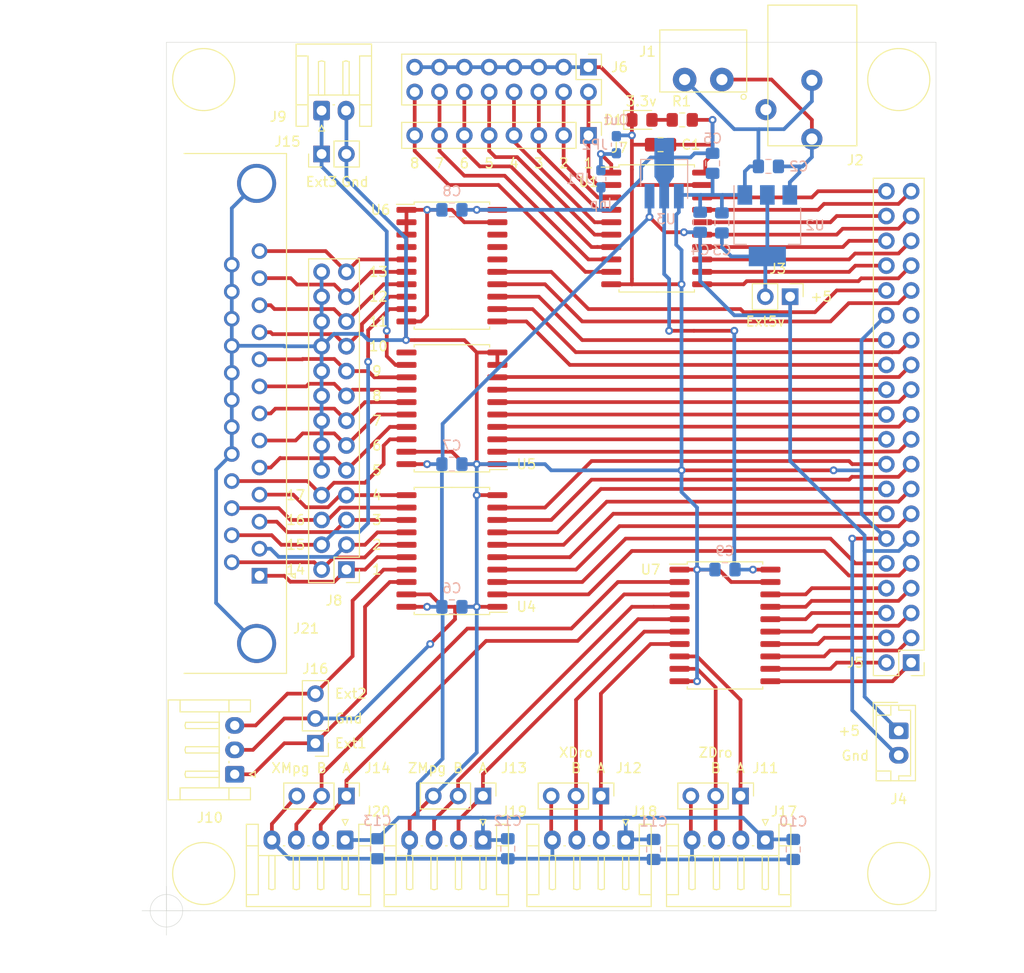
<source format=kicad_pcb>
(kicad_pcb (version 20171130) (host pcbnew "(5.1.4)-1")
  (layers (0 F.Cu signal) (31 B.Cu signal) (34 B.Paste user) (35 F.Paste user) (36 B.SilkS user) (37 F.SilkS user) (38 B.Mask user) (39 F.Mask user) (44 Edge.Cuts user))
  (net 0 "")
  (net 1 GND)
  (net 2 /Pin17Buf)
  (net 3 /Pin16Buf)
  (net 4 /Pin15)
  (net 5 /Pin14Buf)
  (net 6 /Pin13)
  (net 7 /Pin12)
  (net 8 /Pin11)
  (net 9 /Pin10)
  (net 10 /Pin9Buf)
  (net 11 /Pin8Buf)
  (net 12 /Pin7Buf)
  (net 13 /Pin6Buf)
  (net 14 /Pin5Buf)
  (net 15 /Pin4Buf)
  (net 16 /Pin3Buf)
  (net 17 /Pin2Buf)
  (net 18 /Pin1Buf)
  (net 19 +5V)
  (net 20 /Ext2Buf)
  (net 21 /Ext1Buf)
  (net 22 +3V3)
  (net 23 /ZDroA)
  (net 24 /ZDroB)
  (net 25 /XDroA)
  (net 26 /XDroB)
  (net 27 /ZMpgB)
  (net 28 /ZMpgA)
  (net 29 /XMpgB)
  (net 30 /XMpgA)
  (net 31 /Ext3Buf)
  (net 32 /Pin4)
  (net 33 /Pin16)
  (net 34 /Pin3)
  (net 35 /Pin2)
  (net 36 /Pin14)
  (net 37 /Pin1)
  (net 38 /Ext2)
  (net 39 /Ext1)
  (net 40 /Ext3)
  (net 41 /Pin9)
  (net 42 /Pin8)
  (net 43 /Pin7)
  (net 44 /Pin6)
  (net 45 /Pin5)
  (net 46 /Pin17)
  (net 47 /Pin13Buf)
  (net 48 /Pin12Buf)
  (net 49 /Pin11Buf)
  (net 50 /Pin10Buf)
  (net 51 /Pin15Buf)
  (net 52 /Aux8)
  (net 53 /Aux7)
  (net 54 /Aux6)
  (net 55 /Aux5)
  (net 56 /Aux4)
  (net 57 /Aux3)
  (net 58 /Aux2)
  (net 59 /Aux1)
  (net 60 /Vin)
  (net 61 /Aux1Buf)
  (net 62 /Aux2Buf)
  (net 63 /Aux3Buf)
  (net 64 /Aux4Buf)
  (net 65 /Aux5Buf)
  (net 66 /Aux6Buf)
  (net 67 /Aux7Buf)
  (net 68 /Aux8Buf)
  (net 69 /LedR)
  (net 70 /XDroBBuf)
  (net 71 /XDroABuf)
  (net 72 /ZDroABuf)
  (net 73 /ZDroBBuf)
  (net 74 /ZMpgABuf)
  (net 75 /ZMpgBBuf)
  (net 76 /XMpgABuf)
  (net 77 /XMpgBBuf)
  (net 78 /Reg5v)
  (net 79 /AorB)
  (module 0MiscParts:PJ-102 (layer F.Cu) (at 175.26 44.45 270)
    (fp_text reference J2 (at 15.875 -4.445 180) (layer F.SilkS))
    (fp_text value PJ-102)
    (pad 3 thru_hole circle (at 10.7 4.7 270) (size 2.159 2.159) (drill 1.143) (layers *.Cu *.Mask))
    (pad 2 thru_hole circle (at 7.7 0 270) (size 2.159 2.159) (drill 1.143) (layers *.Cu *.Mask) (net 1 GND))
    (pad 1 thru_hole circle (at 13.7 0 270) (size 2.159 2.159) (drill 1.143) (layers *.Cu *.Mask) (net 60 /Vin))
  )
  (module Connector_JST:JST_EH_S4B-EH_1x04_P2.50mm_Horizontal (layer F.Cu) (at 156.21 129.921 180)
    (fp_text reference J18 (at -1.905 2.921) (layer F.SilkS))
    (fp_text value Conn_01x04)
    (pad 4 thru_hole oval (at 7.5 0 180) (size 1.7 1.95) (drill 0.95) (layers *.Cu *.Mask) (net 1 GND))
    (pad 3 thru_hole oval (at 5 0 180) (size 1.7 1.95) (drill 0.95) (layers *.Cu *.Mask) (net 26 /XDroB))
    (pad 2 thru_hole oval (at 2.5 0 180) (size 1.7 1.95) (drill 0.95) (layers *.Cu *.Mask) (net 25 /XDroA))
    (pad 1 thru_hole roundrect (at 0 0 180) (size 1.7 1.95) (drill 0.95) (layers *.Cu *.Mask) (roundrect_rratio 0.147059) (net 19 +5V))
  )
  (module Connector_JST:JST_EH_S4B-EH_1x04_P2.50mm_Horizontal (layer F.Cu) (at 170.4975 129.921 180)
    (fp_text reference J17 (at -1.905 2.921) (layer F.SilkS))
    (fp_text value Conn_01x04)
    (pad 4 thru_hole oval (at 7.5 0 180) (size 1.7 1.95) (drill 0.95) (layers *.Cu *.Mask) (net 1 GND))
    (pad 3 thru_hole oval (at 5 0 180) (size 1.7 1.95) (drill 0.95) (layers *.Cu *.Mask) (net 24 /ZDroB))
    (pad 2 thru_hole oval (at 2.5 0 180) (size 1.7 1.95) (drill 0.95) (layers *.Cu *.Mask) (net 23 /ZDroA))
    (pad 1 thru_hole roundrect (at 0 0 180) (size 1.7 1.95) (drill 0.95) (layers *.Cu *.Mask) (roundrect_rratio 0.147059) (net 19 +5V))
  )
  (module Connector_JST:JST_EH_B2B-EH-A_1x02_P2.50mm_Vertical (layer F.Cu) (at 184.15 118.745 270)
    (fp_text reference J4 (at 6.985 0 180) (layer F.SilkS))
    (fp_text value Conn_01x02)
    (pad 2 thru_hole oval (at 2.5 0 270) (size 1.7 2) (drill 1) (layers *.Cu *.Mask) (net 1 GND))
    (pad 1 thru_hole roundrect (at 0 0 270) (size 1.7 2) (drill 1) (layers *.Cu *.Mask) (roundrect_rratio 0.147059) (net 19 +5V))
  )
  (module Package_SO:SOIC-20W_7.5x12.8mm_P1.27mm (layer F.Cu) (at 159.385 67.31)
    (fp_text reference U1 (at -6.985 -4.7625) (layer F.SilkS))
    (fp_text value 74LS245)
    (pad 20 smd roundrect (at 4.65 -5.715) (size 2.05 0.6) (layers F.Cu F.Paste F.Mask) (net 22 +3V3))
    (pad 19 smd roundrect (at 4.65 -4.445) (size 2.05 0.6) (layers F.Cu F.Paste F.Mask) (net 1 GND))
    (pad 18 smd roundrect (at 4.65 -3.175) (size 2.05 0.6) (layers F.Cu F.Paste F.Mask) (net 61 /Aux1Buf))
    (pad 17 smd roundrect (at 4.65 -1.905) (size 2.05 0.6) (layers F.Cu F.Paste F.Mask) (net 62 /Aux2Buf))
    (pad 16 smd roundrect (at 4.65 -0.635) (size 2.05 0.6) (layers F.Cu F.Paste F.Mask) (net 63 /Aux3Buf))
    (pad 15 smd roundrect (at 4.65 0.635) (size 2.05 0.6) (layers F.Cu F.Paste F.Mask) (net 64 /Aux4Buf))
    (pad 14 smd roundrect (at 4.65 1.905) (size 2.05 0.6) (layers F.Cu F.Paste F.Mask) (net 65 /Aux5Buf))
    (pad 13 smd roundrect (at 4.65 3.175) (size 2.05 0.6) (layers F.Cu F.Paste F.Mask) (net 66 /Aux6Buf))
    (pad 12 smd roundrect (at 4.65 4.445) (size 2.05 0.6) (layers F.Cu F.Paste F.Mask) (net 67 /Aux7Buf))
    (pad 11 smd roundrect (at 4.65 5.715) (size 2.05 0.6) (layers F.Cu F.Paste F.Mask) (net 68 /Aux8Buf))
    (pad 10 smd roundrect (at -4.65 5.715) (size 2.05 0.6) (layers F.Cu F.Paste F.Mask) (net 1 GND))
    (pad 9 smd roundrect (at -4.65 4.445) (size 2.05 0.6) (layers F.Cu F.Paste F.Mask) (net 52 /Aux8))
    (pad 8 smd roundrect (at -4.65 3.175) (size 2.05 0.6) (layers F.Cu F.Paste F.Mask) (net 53 /Aux7))
    (pad 7 smd roundrect (at -4.65 1.905) (size 2.05 0.6) (layers F.Cu F.Paste F.Mask) (net 54 /Aux6))
    (pad 6 smd roundrect (at -4.65 0.635) (size 2.05 0.6) (layers F.Cu F.Paste F.Mask) (net 55 /Aux5))
    (pad 5 smd roundrect (at -4.65 -0.635) (size 2.05 0.6) (layers F.Cu F.Paste F.Mask) (net 56 /Aux4))
    (pad 4 smd roundrect (at -4.65 -1.905) (size 2.05 0.6) (layers F.Cu F.Paste F.Mask) (net 57 /Aux3))
    (pad 3 smd roundrect (at -4.65 -3.175) (size 2.05 0.6) (layers F.Cu F.Paste F.Mask) (net 58 /Aux2))
    (pad 2 smd roundrect (at -4.65 -4.445) (size 2.05 0.6) (layers F.Cu F.Paste F.Mask) (net 59 /Aux1))
    (pad 1 smd roundrect (at -4.65 -5.715) (size 2.05 0.6) (layers F.Cu F.Paste F.Mask) (net 79 /AorB))
  )
  (module Resistor_SMD:R_0603_1608Metric_Pad1.05x0.95mm_HandSolder (layer B.Cu) (at 155.2575 58.7375 90)
    (fp_text reference JP2 (at 0 -2.2225 180) (layer B.SilkS) (effects (justify mirror)))
    (fp_text value Outputs)
    (pad 2 smd roundrect (at 0.875 0 90) (size 1.05 0.95) (layers B.Cu B.Paste B.Mask) (net 1 GND))
    (pad 1 smd roundrect (at -0.875 0 90) (size 1.05 0.95) (layers B.Cu B.Paste B.Mask) (net 79 /AorB))
  )
  (module Resistor_SMD:R_0603_1608Metric_Pad1.05x0.95mm_HandSolder (layer B.Cu) (at 153.67 62.23 90)
    (fp_text reference JP1 (at 0 -2.2225 180) (layer B.SilkS) (effects (justify mirror)))
    (fp_text value Inputs)
    (pad 2 smd roundrect (at 0.875 0 90) (size 1.05 0.95) (layers B.Cu B.Paste B.Mask) (net 79 /AorB))
    (pad 1 smd roundrect (at -0.875 0 90) (size 1.05 0.95) (layers B.Cu B.Paste B.Mask) (net 22 +3V3))
  )
  (module "0MiscParts:2 Pin 3.81mm" (layer F.Cu) (at 164.1475 52.07 180)
    (fp_text reference J1 (at 5.715 2.8575) (layer F.SilkS))
    (fp_text value Conn_01x02)
    (pad 1 thru_hole circle (at -1.905 0 180) (size 2.413 2.413) (drill 1.143) (layers *.Cu *.Mask) (net 60 /Vin))
    (pad 2 thru_hole circle (at 1.905 0 180) (size 2.413 2.413) (drill 1.143) (layers *.Cu *.Mask) (net 1 GND))
  )
  (module Connector_PinHeader_2.54mm:PinHeader_1x08_P2.54mm_Vertical (layer F.Cu) (at 152.4 57.785 270)
    (fp_text reference J7 (at 1.27 -3.175) (layer F.SilkS))
    (fp_text value Conn_01x08_Male)
    (pad 8 thru_hole oval (at 0 17.78 270) (size 1.7 1.7) (drill 1) (layers *.Cu *.Mask) (net 52 /Aux8))
    (pad 7 thru_hole oval (at 0 15.24 270) (size 1.7 1.7) (drill 1) (layers *.Cu *.Mask) (net 53 /Aux7))
    (pad 6 thru_hole oval (at 0 12.7 270) (size 1.7 1.7) (drill 1) (layers *.Cu *.Mask) (net 54 /Aux6))
    (pad 5 thru_hole oval (at 0 10.16 270) (size 1.7 1.7) (drill 1) (layers *.Cu *.Mask) (net 55 /Aux5))
    (pad 4 thru_hole oval (at 0 7.62 270) (size 1.7 1.7) (drill 1) (layers *.Cu *.Mask) (net 56 /Aux4))
    (pad 3 thru_hole oval (at 0 5.08 270) (size 1.7 1.7) (drill 1) (layers *.Cu *.Mask) (net 57 /Aux3))
    (pad 2 thru_hole oval (at 0 2.54 270) (size 1.7 1.7) (drill 1) (layers *.Cu *.Mask) (net 58 /Aux2))
    (pad 1 thru_hole rect (at 0 0 270) (size 1.7 1.7) (drill 1) (layers *.Cu *.Mask) (net 59 /Aux1))
  )
  (module Connector_PinHeader_2.54mm:PinHeader_1x02_P2.54mm_Vertical (layer F.Cu) (at 125.095 59.69 90)
    (fp_text reference J15 (at 1.27 -3.4925 180) (layer F.SilkS))
    (fp_text value Conn_01x02)
    (pad 2 thru_hole oval (at 0 2.54 90) (size 1.7 1.7) (drill 1) (layers *.Cu *.Mask) (net 1 GND))
    (pad 1 thru_hole rect (at 0 0 90) (size 1.7 1.7) (drill 1) (layers *.Cu *.Mask) (net 31 /Ext3Buf))
  )
  (module Connector_PinHeader_2.54mm:PinHeader_1x03_P2.54mm_Vertical (layer F.Cu) (at 124.46 120.015 180)
    (fp_text reference J16 (at 0 7.62) (layer F.SilkS))
    (fp_text value Conn_01x03)
    (pad 3 thru_hole oval (at 0 5.08 180) (size 1.7 1.7) (drill 1) (layers *.Cu *.Mask) (net 20 /Ext2Buf))
    (pad 2 thru_hole oval (at 0 2.54 180) (size 1.7 1.7) (drill 1) (layers *.Cu *.Mask) (net 1 GND))
    (pad 1 thru_hole rect (at 0 0 180) (size 1.7 1.7) (drill 1) (layers *.Cu *.Mask) (net 21 /Ext1Buf))
  )
  (module Connector_PinHeader_2.54mm:PinHeader_1x03_P2.54mm_Vertical (layer F.Cu) (at 127.635 125.4125 270)
    (fp_text reference J14 (at -2.8575 -3.175 180) (layer F.SilkS))
    (fp_text value Conn_01x03)
    (pad 3 thru_hole oval (at 0 5.08 270) (size 1.7 1.7) (drill 1) (layers *.Cu *.Mask) (net 1 GND))
    (pad 2 thru_hole oval (at 0 2.54 270) (size 1.7 1.7) (drill 1) (layers *.Cu *.Mask) (net 29 /XMpgB))
    (pad 1 thru_hole rect (at 0 0 270) (size 1.7 1.7) (drill 1) (layers *.Cu *.Mask) (net 30 /XMpgA))
  )
  (module Connector_PinHeader_2.54mm:PinHeader_1x03_P2.54mm_Vertical (layer F.Cu) (at 141.605 125.4125 270)
    (fp_text reference J13 (at -2.8575 -3.175 180) (layer F.SilkS))
    (fp_text value Conn_01x03)
    (pad 3 thru_hole oval (at 0 5.08 270) (size 1.7 1.7) (drill 1) (layers *.Cu *.Mask) (net 1 GND))
    (pad 2 thru_hole oval (at 0 2.54 270) (size 1.7 1.7) (drill 1) (layers *.Cu *.Mask) (net 27 /ZMpgB))
    (pad 1 thru_hole rect (at 0 0 270) (size 1.7 1.7) (drill 1) (layers *.Cu *.Mask) (net 28 /ZMpgA))
  )
  (module Connector_PinHeader_2.54mm:PinHeader_1x03_P2.54mm_Vertical (layer F.Cu) (at 153.67 125.4125 270)
    (fp_text reference J12 (at -2.8575 -2.8575 180) (layer F.SilkS))
    (fp_text value Conn_01x03)
    (pad 3 thru_hole oval (at 0 5.08 270) (size 1.7 1.7) (drill 1) (layers *.Cu *.Mask) (net 1 GND))
    (pad 2 thru_hole oval (at 0 2.54 270) (size 1.7 1.7) (drill 1) (layers *.Cu *.Mask) (net 26 /XDroB))
    (pad 1 thru_hole rect (at 0 0 270) (size 1.7 1.7) (drill 1) (layers *.Cu *.Mask) (net 25 /XDroA))
  )
  (module Connector_PinHeader_2.54mm:PinHeader_1x03_P2.54mm_Vertical (layer F.Cu) (at 167.9575 125.4125 270)
    (fp_text reference J11 (at -2.8575 -2.54 180) (layer F.SilkS))
    (fp_text value Conn_01x03)
    (pad 3 thru_hole oval (at 0 5.08 270) (size 1.7 1.7) (drill 1) (layers *.Cu *.Mask) (net 1 GND))
    (pad 2 thru_hole oval (at 0 2.54 270) (size 1.7 1.7) (drill 1) (layers *.Cu *.Mask) (net 24 /ZDroB))
    (pad 1 thru_hole rect (at 0 0 270) (size 1.7 1.7) (drill 1) (layers *.Cu *.Mask) (net 23 /ZDroA))
  )
  (module 0MiscParts:PinHeader_2x13_P2.54mm_Vertical (layer F.Cu) (at 127.635 102.235 180)
    (fp_text reference J8 (at 1.27 -3.175) (layer F.SilkS))
    (fp_text value Conn_02x13_Top_Bottom)
    (pad 26 thru_hole oval (at 2.54 30.48 180) (size 1.7 1.7) (drill 1) (layers *.Cu *.Mask) (net 1 GND))
    (pad 13 thru_hole oval (at 0 30.48 180) (size 1.7 1.7) (drill 1) (layers *.Cu *.Mask) (net 6 /Pin13))
    (pad 25 thru_hole oval (at 2.54 27.94 180) (size 1.7 1.7) (drill 1) (layers *.Cu *.Mask) (net 1 GND))
    (pad 12 thru_hole oval (at 0 27.94 180) (size 1.7 1.7) (drill 1) (layers *.Cu *.Mask) (net 7 /Pin12))
    (pad 24 thru_hole oval (at 2.54 25.4 180) (size 1.7 1.7) (drill 1) (layers *.Cu *.Mask) (net 1 GND))
    (pad 11 thru_hole oval (at 0 25.4 180) (size 1.7 1.7) (drill 1) (layers *.Cu *.Mask) (net 8 /Pin11))
    (pad 23 thru_hole oval (at 2.54 22.86 180) (size 1.7 1.7) (drill 1) (layers *.Cu *.Mask) (net 1 GND))
    (pad 10 thru_hole oval (at 0 22.86 180) (size 1.7 1.7) (drill 1) (layers *.Cu *.Mask) (net 9 /Pin10))
    (pad 22 thru_hole oval (at 2.54 20.32 180) (size 1.7 1.7) (drill 1) (layers *.Cu *.Mask) (net 1 GND))
    (pad 9 thru_hole oval (at 0 20.32 180) (size 1.7 1.7) (drill 1) (layers *.Cu *.Mask) (net 10 /Pin9Buf))
    (pad 21 thru_hole oval (at 2.54 17.78 180) (size 1.7 1.7) (drill 1) (layers *.Cu *.Mask) (net 1 GND))
    (pad 8 thru_hole oval (at 0 17.78 180) (size 1.7 1.7) (drill 1) (layers *.Cu *.Mask) (net 11 /Pin8Buf))
    (pad 20 thru_hole oval (at 2.54 15.24 180) (size 1.7 1.7) (drill 1) (layers *.Cu *.Mask) (net 1 GND))
    (pad 7 thru_hole oval (at 0 15.24 180) (size 1.7 1.7) (drill 1) (layers *.Cu *.Mask) (net 12 /Pin7Buf))
    (pad 19 thru_hole oval (at 2.54 12.7 180) (size 1.7 1.7) (drill 1) (layers *.Cu *.Mask) (net 1 GND))
    (pad 6 thru_hole oval (at 0 12.7 180) (size 1.7 1.7) (drill 1) (layers *.Cu *.Mask) (net 13 /Pin6Buf))
    (pad 18 thru_hole oval (at 2.54 10.16 180) (size 1.7 1.7) (drill 1) (layers *.Cu *.Mask) (net 1 GND))
    (pad 5 thru_hole oval (at 0 10.16 180) (size 1.7 1.7) (drill 1) (layers *.Cu *.Mask) (net 14 /Pin5Buf))
    (pad 17 thru_hole oval (at 2.54 7.62 180) (size 1.7 1.7) (drill 1) (layers *.Cu *.Mask) (net 2 /Pin17Buf))
    (pad 4 thru_hole oval (at 0 7.62 180) (size 1.7 1.7) (drill 1) (layers *.Cu *.Mask) (net 15 /Pin4Buf))
    (pad 16 thru_hole oval (at 2.54 5.08 180) (size 1.7 1.7) (drill 1) (layers *.Cu *.Mask) (net 3 /Pin16Buf))
    (pad 3 thru_hole oval (at 0 5.08 180) (size 1.7 1.7) (drill 1) (layers *.Cu *.Mask) (net 16 /Pin3Buf))
    (pad 15 thru_hole oval (at 2.54 2.54 180) (size 1.7 1.7) (drill 1) (layers *.Cu *.Mask) (net 4 /Pin15))
    (pad 2 thru_hole oval (at 0 2.54 180) (size 1.7 1.7) (drill 1) (layers *.Cu *.Mask) (net 17 /Pin2Buf))
    (pad 14 thru_hole oval (at 2.54 0 180) (size 1.7 1.7) (drill 1) (layers *.Cu *.Mask) (net 5 /Pin14Buf))
    (pad 1 thru_hole rect (at 0 0 180) (size 1.7 1.7) (drill 1) (layers *.Cu *.Mask) (net 18 /Pin1Buf))
  )
  (module Connector_PinHeader_2.54mm:PinHeader_1x02_P2.54mm_Vertical (layer F.Cu) (at 173.0375 74.295 270)
    (fp_text reference J3 (at -2.8575 1.27 180) (layer F.SilkS))
    (fp_text value Conn_01x02)
    (pad 2 thru_hole oval (at 0 2.54 270) (size 1.7 1.7) (drill 1) (layers *.Cu *.Mask) (net 78 /Reg5v))
    (pad 1 thru_hole rect (at 0 0 270) (size 1.7 1.7) (drill 1) (layers *.Cu *.Mask) (net 19 +5V))
  )
  (module Connector_JST:JST_EH_S2B-EH_1x02_P2.50mm_Horizontal (layer F.Cu) (at 125.095 55.245)
    (fp_text reference J9 (at -4.445 0.635) (layer F.SilkS))
    (fp_text value Conn_01x02)
    (pad 2 thru_hole oval (at 2.5 0) (size 1.7 2) (drill 1) (layers *.Cu *.Mask) (net 1 GND))
    (pad 1 thru_hole roundrect (at 0 0) (size 1.7 2) (drill 1) (layers *.Cu *.Mask) (roundrect_rratio 0.147059) (net 31 /Ext3Buf))
  )
  (module Resistor_SMD:R_0805_2012Metric_Pad1.15x1.40mm_HandSolder (layer F.Cu) (at 161.9975 56.1975 180)
    (fp_text reference R1 (at 0.0725 1.905) (layer F.SilkS))
    (fp_text value R)
    (pad 2 smd roundrect (at 1.025 0 180) (size 1.15 1.4) (layers F.Cu F.Paste F.Mask) (roundrect_rratio 0.217391) (net 69 /LedR))
    (pad 1 smd roundrect (at -1.025 0 180) (size 1.15 1.4) (layers F.Cu F.Paste F.Mask) (roundrect_rratio 0.217391) (net 22 +3V3))
  )
  (module Diode_SMD:D_0805_2012Metric_Pad1.15x1.40mm_HandSolder (layer F.Cu) (at 157.87 56.1975)
    (fp_text reference D1 (at -2.93 0) (layer F.SilkS))
    (fp_text value LED)
    (pad 2 smd roundrect (at 1.025 0) (size 1.15 1.4) (layers F.Cu F.Paste F.Mask) (roundrect_rratio 0.217391) (net 69 /LedR))
    (pad 1 smd roundrect (at -1.025 0) (size 1.15 1.4) (layers F.Cu F.Paste F.Mask) (roundrect_rratio 0.217391) (net 1 GND))
  )
  (module Capacitor_SMD:C_0805_2012Metric_Pad1.15x1.40mm_HandSolder (layer B.Cu) (at 130.81 130.81 270)
    (fp_text reference C13 (at -2.8575 0) (layer B.SilkS) (effects (justify mirror)))
    (fp_text value .1uf)
    (pad 2 smd roundrect (at 1.025 0 270) (size 1.15 1.4) (layers B.Cu B.Paste B.Mask) (roundrect_rratio 0.217391) (net 1 GND))
    (pad 1 smd roundrect (at -1.025 0 270) (size 1.15 1.4) (layers B.Cu B.Paste B.Mask) (roundrect_rratio 0.217391) (net 19 +5V))
  )
  (module Capacitor_SMD:C_0805_2012Metric_Pad1.15x1.40mm_HandSolder (layer B.Cu) (at 144.145 130.81 270)
    (fp_text reference C12 (at -2.8575 0) (layer B.SilkS) (effects (justify mirror)))
    (fp_text value .1uf)
    (pad 2 smd roundrect (at 1.025 0 270) (size 1.15 1.4) (layers B.Cu B.Paste B.Mask) (roundrect_rratio 0.217391) (net 1 GND))
    (pad 1 smd roundrect (at -1.025 0 270) (size 1.15 1.4) (layers B.Cu B.Paste B.Mask) (roundrect_rratio 0.217391) (net 19 +5V))
  )
  (module Capacitor_SMD:C_0805_2012Metric_Pad1.15x1.40mm_HandSolder (layer B.Cu) (at 159.0675 130.8825 270)
    (fp_text reference C11 (at -2.8575 0 180) (layer B.SilkS) (effects (justify mirror)))
    (fp_text value .1uf)
    (pad 2 smd roundrect (at 1.025 0 270) (size 1.15 1.4) (layers B.Cu B.Paste B.Mask) (roundrect_rratio 0.217391) (net 1 GND))
    (pad 1 smd roundrect (at -1.025 0 270) (size 1.15 1.4) (layers B.Cu B.Paste B.Mask) (roundrect_rratio 0.217391) (net 19 +5V))
  )
  (module Capacitor_SMD:C_0805_2012Metric_Pad1.15x1.40mm_HandSolder (layer B.Cu) (at 173.355 130.8825 270)
    (fp_text reference C10 (at -2.8575 0) (layer B.SilkS) (effects (justify mirror)))
    (fp_text value .1uf)
    (pad 2 smd roundrect (at 1.025 0 270) (size 1.15 1.4) (layers B.Cu B.Paste B.Mask) (roundrect_rratio 0.217391) (net 1 GND))
    (pad 1 smd roundrect (at -1.025 0 270) (size 1.15 1.4) (layers B.Cu B.Paste B.Mask) (roundrect_rratio 0.217391) (net 19 +5V))
  )
  (module Capacitor_SMD:C_0805_2012Metric_Pad1.15x1.40mm_HandSolder (layer B.Cu) (at 166.37 102.235 180)
    (fp_text reference C9 (at 0 1.905) (layer B.SilkS) (effects (justify mirror)))
    (fp_text value .1uf)
    (pad 2 smd roundrect (at 1.025 0 180) (size 1.15 1.4) (layers B.Cu B.Paste B.Mask) (roundrect_rratio 0.217391) (net 1 GND))
    (pad 1 smd roundrect (at -1.025 0 180) (size 1.15 1.4) (layers B.Cu B.Paste B.Mask) (roundrect_rratio 0.217391) (net 22 +3V3))
  )
  (module Capacitor_SMD:C_0805_2012Metric_Pad1.15x1.40mm_HandSolder (layer B.Cu) (at 138.43 65.405 180)
    (fp_text reference C8 (at 0 1.905) (layer B.SilkS) (effects (justify mirror)))
    (fp_text value .1uf)
    (pad 2 smd roundrect (at 1.025 0 180) (size 1.15 1.4) (layers B.Cu B.Paste B.Mask) (roundrect_rratio 0.217391) (net 1 GND))
    (pad 1 smd roundrect (at -1.025 0 180) (size 1.15 1.4) (layers B.Cu B.Paste B.Mask) (roundrect_rratio 0.217391) (net 22 +3V3))
  )
  (module Capacitor_SMD:C_0805_2012Metric_Pad1.15x1.40mm_HandSolder (layer B.Cu) (at 138.43 91.44)
    (fp_text reference C7 (at 0 -1.905) (layer B.SilkS) (effects (justify mirror)))
    (fp_text value .1uf)
    (pad 2 smd roundrect (at 1.025 0) (size 1.15 1.4) (layers B.Cu B.Paste B.Mask) (roundrect_rratio 0.217391) (net 1 GND))
    (pad 1 smd roundrect (at -1.025 0) (size 1.15 1.4) (layers B.Cu B.Paste B.Mask) (roundrect_rratio 0.217391) (net 19 +5V))
  )
  (module Capacitor_SMD:C_0805_2012Metric_Pad1.15x1.40mm_HandSolder (layer B.Cu) (at 138.43 106.045)
    (fp_text reference C6 (at 0 -1.905) (layer B.SilkS) (effects (justify mirror)))
    (fp_text value .1uf)
    (pad 2 smd roundrect (at 1.025 0) (size 1.15 1.4) (layers B.Cu B.Paste B.Mask) (roundrect_rratio 0.217391) (net 1 GND))
    (pad 1 smd roundrect (at -1.025 0) (size 1.15 1.4) (layers B.Cu B.Paste B.Mask) (roundrect_rratio 0.217391) (net 19 +5V))
  )
  (module Capacitor_SMD:C_0805_2012Metric_Pad1.15x1.40mm_HandSolder (layer F.Cu) (at 159.775 58.7375 180)
    (fp_text reference C1 (at -3.1025 0 180) (layer F.SilkS))
    (fp_text value .1uf)
    (pad 2 smd roundrect (at 1.025 0 180) (size 1.15 1.4) (layers F.Cu F.Paste F.Mask) (roundrect_rratio 0.217391) (net 1 GND))
    (pad 1 smd roundrect (at -1.025 0 180) (size 1.15 1.4) (layers F.Cu F.Paste F.Mask) (roundrect_rratio 0.217391) (net 22 +3V3))
  )
  (module Capacitor_SMD:C_0805_2012Metric_Pad1.15x1.40mm_HandSolder (layer B.Cu) (at 165.1 60.6425 270)
    (fp_text reference C5 (at -2.54 0) (layer B.SilkS) (effects (justify mirror)))
    (fp_text value 10uf)
    (pad 2 smd roundrect (at 1.025 0 270) (size 1.15 1.4) (layers B.Cu B.Paste B.Mask) (roundrect_rratio 0.217391) (net 1 GND))
    (pad 1 smd roundrect (at -1.025 0 270) (size 1.15 1.4) (layers B.Cu B.Paste B.Mask) (roundrect_rratio 0.217391) (net 22 +3V3))
  )
  (module Capacitor_SMD:C_0805_2012Metric_Pad1.15x1.40mm_HandSolder (layer B.Cu) (at 163.83 66.675 90)
    (fp_text reference C4 (at -2.8575 0 180) (layer B.SilkS) (effects (justify mirror)))
    (fp_text value .1uf)
    (pad 2 smd roundrect (at 1.025 0 90) (size 1.15 1.4) (layers B.Cu B.Paste B.Mask) (roundrect_rratio 0.217391) (net 1 GND))
    (pad 1 smd roundrect (at -1.025 0 90) (size 1.15 1.4) (layers B.Cu B.Paste B.Mask) (roundrect_rratio 0.217391) (net 19 +5V))
  )
  (module Capacitor_SMD:C_0805_2012Metric_Pad1.15x1.40mm_HandSolder (layer B.Cu) (at 166.0525 66.7475 90)
    (fp_text reference C3 (at -2.785 0) (layer B.SilkS) (effects (justify mirror)))
    (fp_text value 10uf)
    (pad 2 smd roundrect (at 1.025 0 90) (size 1.15 1.4) (layers B.Cu B.Paste B.Mask) (roundrect_rratio 0.217391) (net 1 GND))
    (pad 1 smd roundrect (at -1.025 0 90) (size 1.15 1.4) (layers B.Cu B.Paste B.Mask) (roundrect_rratio 0.217391) (net 78 /Reg5v))
  )
  (module Capacitor_SMD:C_0805_2012Metric_Pad1.15x1.40mm_HandSolder (layer B.Cu) (at 170.815 60.96 180)
    (fp_text reference C2 (at -3.1025 0) (layer B.SilkS) (effects (justify mirror)))
    (fp_text value .1uf)
    (pad 2 smd roundrect (at 1.025 0 180) (size 1.15 1.4) (layers B.Cu B.Paste B.Mask) (roundrect_rratio 0.217391) (net 1 GND))
    (pad 1 smd roundrect (at -1.025 0 180) (size 1.15 1.4) (layers B.Cu B.Paste B.Mask) (roundrect_rratio 0.217391) (net 60 /Vin))
  )
  (module Package_TO_SOT_SMD:SOT-89-3_Handsoldering (layer B.Cu) (at 160.147 62.028 90)
    (fp_text reference U3 (at -4.3295 0.1905) (layer B.SilkS) (effects (justify mirror)))
    (fp_text value AMS1117-3.3)
    (pad 2 smd trapezoid (at -0.37 0) (size 1.5 0.75) (rect_delta 0 -0.5) (layers B.Cu B.Paste B.Mask) (net 22 +3V3))
    (pad 2 smd rect (at 1.98 0 180) (size 2 4) (layers B.Cu B.Paste B.Mask) (net 22 +3V3))
    (pad 3 smd rect (at -1.98 -1.5 180) (size 1 2.5) (layers B.Cu B.Paste B.Mask) (net 19 +5V))
    (pad 2 smd rect (at -1.98 0 180) (size 1 2.5) (layers B.Cu B.Paste B.Mask) (net 22 +3V3))
    (pad 1 smd rect (at -1.98 1.5 180) (size 1 2.5) (layers B.Cu B.Paste B.Mask) (net 1 GND))
  )
  (module Package_TO_SOT_SMD:SOT-223-3_TabPin2 (layer B.Cu) (at 170.702 67.031 270)
    (fp_text reference U2 (at -0.0385 -4.8755) (layer B.SilkS) (effects (justify mirror)))
    (fp_text value AMS1117-5.0)
    (pad 1 smd rect (at -3.15 2.3 270) (size 2 1.5) (layers B.Cu B.Paste B.Mask) (net 1 GND))
    (pad 3 smd rect (at -3.15 -2.3 270) (size 2 1.5) (layers B.Cu B.Paste B.Mask) (net 60 /Vin))
    (pad 2 smd rect (at -3.15 0 270) (size 2 1.5) (layers B.Cu B.Paste B.Mask) (net 78 /Reg5v))
    (pad 2 smd rect (at 3.15 0 270) (size 2 3.8) (layers B.Cu B.Paste B.Mask) (net 78 /Reg5v))
  )
  (module Connector_PinHeader_2.54mm:PinHeader_2x08_P2.54mm_Vertical (layer F.Cu) (at 152.4 50.8 270)
    (fp_text reference J6 (at 0 -3.175 180) (layer F.SilkS))
    (fp_text value Conn_02x10_Odd_Even)
    (pad 16 thru_hole oval (at 2.54 17.78 270) (size 1.7 1.7) (drill 1) (layers *.Cu *.Mask) (net 52 /Aux8))
    (pad 15 thru_hole oval (at 0 17.78 270) (size 1.7 1.7) (drill 1) (layers *.Cu *.Mask) (net 1 GND))
    (pad 14 thru_hole oval (at 2.54 15.24 270) (size 1.7 1.7) (drill 1) (layers *.Cu *.Mask) (net 53 /Aux7))
    (pad 13 thru_hole oval (at 0 15.24 270) (size 1.7 1.7) (drill 1) (layers *.Cu *.Mask) (net 1 GND))
    (pad 12 thru_hole oval (at 2.54 12.7 270) (size 1.7 1.7) (drill 1) (layers *.Cu *.Mask) (net 54 /Aux6))
    (pad 11 thru_hole oval (at 0 12.7 270) (size 1.7 1.7) (drill 1) (layers *.Cu *.Mask) (net 1 GND))
    (pad 10 thru_hole oval (at 2.54 10.16 270) (size 1.7 1.7) (drill 1) (layers *.Cu *.Mask) (net 55 /Aux5))
    (pad 9 thru_hole oval (at 0 10.16 270) (size 1.7 1.7) (drill 1) (layers *.Cu *.Mask) (net 1 GND))
    (pad 8 thru_hole oval (at 2.54 7.62 270) (size 1.7 1.7) (drill 1) (layers *.Cu *.Mask) (net 56 /Aux4))
    (pad 7 thru_hole oval (at 0 7.62 270) (size 1.7 1.7) (drill 1) (layers *.Cu *.Mask) (net 1 GND))
    (pad 6 thru_hole oval (at 2.54 5.08 270) (size 1.7 1.7) (drill 1) (layers *.Cu *.Mask) (net 57 /Aux3))
    (pad 5 thru_hole oval (at 0 5.08 270) (size 1.7 1.7) (drill 1) (layers *.Cu *.Mask) (net 1 GND))
    (pad 4 thru_hole oval (at 2.54 2.54 270) (size 1.7 1.7) (drill 1) (layers *.Cu *.Mask) (net 58 /Aux2))
    (pad 3 thru_hole oval (at 0 2.54 270) (size 1.7 1.7) (drill 1) (layers *.Cu *.Mask) (net 1 GND))
    (pad 2 thru_hole oval (at 2.54 0 270) (size 1.7 1.7) (drill 1) (layers *.Cu *.Mask) (net 59 /Aux1))
    (pad 1 thru_hole rect (at 0 0 270) (size 1.7 1.7) (drill 1) (layers *.Cu *.Mask) (net 1 GND))
  )
  (module Connector_JST:JST_EH_S3B-EH_1x03_P2.50mm_Horizontal (layer F.Cu) (at 116.205 123.19 90)
    (fp_text reference J10 (at -4.445 -2.54 180) (layer F.SilkS))
    (fp_text value Conn_01x03)
    (pad 3 thru_hole oval (at 5 0 90) (size 1.7 1.95) (drill 0.95) (layers *.Cu *.Mask) (net 20 /Ext2Buf))
    (pad 2 thru_hole oval (at 2.5 0 90) (size 1.7 1.95) (drill 0.95) (layers *.Cu *.Mask) (net 1 GND))
    (pad 1 thru_hole roundrect (at 0 0 90) (size 1.7 1.95) (drill 0.95) (layers *.Cu *.Mask) (roundrect_rratio 0.147059) (net 21 /Ext1Buf))
  )
  (module "0MiscParts:MountingHole _1-8_1-4" (layer F.Cu) (at 184.15 133.35 270)
    (fp_text reference H4)
    (fp_text value MountingHole)
    (pad "" np_thru_hole circle (at 0 0 270) (size 3.175 3.175) (drill 3.175) (layers *.Cu *.Mask))
  )
  (module "0MiscParts:MountingHole _1-8_1-4" (layer F.Cu) (at 184.15 52.07 270)
    (fp_text reference H3)
    (fp_text value MountingHole)
    (pad "" np_thru_hole circle (at 0 0 270) (size 3.175 3.175) (drill 3.175) (layers *.Cu *.Mask))
  )
  (module "0MiscParts:MountingHole _1-8_1-4" (layer F.Cu) (at 113.03 133.35 270)
    (fp_text reference H2)
    (fp_text value MountingHole)
    (pad "" np_thru_hole circle (at 0 0 270) (size 3.175 3.175) (drill 3.175) (layers *.Cu *.Mask))
  )
  (module "0MiscParts:MountingHole _1-8_1-4" (layer F.Cu) (at 113.03 52.07 270)
    (fp_text reference H1)
    (fp_text value MountingHole)
    (pad "" np_thru_hole circle (at 0 0 270) (size 3.175 3.175) (drill 3.175) (layers *.Cu *.Mask))
  )
  (module Package_SO:SOIC-20W_7.5x12.8mm_P1.27mm (layer F.Cu) (at 138.43 71.12)
    (fp_text reference U6 (at -7.3025 -5.715) (layer F.SilkS))
    (fp_text value 74LS541)
    (pad 20 smd roundrect (at 4.65 -5.715) (size 2.05 0.6) (layers F.Cu F.Paste F.Mask) (net 22 +3V3))
    (pad 19 smd roundrect (at 4.65 -4.445) (size 2.05 0.6) (layers F.Cu F.Paste F.Mask) (net 1 GND))
    (pad 18 smd roundrect (at 4.65 -3.175) (size 2.05 0.6) (layers F.Cu F.Paste F.Mask))
    (pad 17 smd roundrect (at 4.65 -1.905) (size 2.05 0.6) (layers F.Cu F.Paste F.Mask))
    (pad 16 smd roundrect (at 4.65 -0.635) (size 2.05 0.6) (layers F.Cu F.Paste F.Mask))
    (pad 15 smd roundrect (at 4.65 0.635) (size 2.05 0.6) (layers F.Cu F.Paste F.Mask) (net 47 /Pin13Buf))
    (pad 14 smd roundrect (at 4.65 1.905) (size 2.05 0.6) (layers F.Cu F.Paste F.Mask) (net 48 /Pin12Buf))
    (pad 13 smd roundrect (at 4.65 3.175) (size 2.05 0.6) (layers F.Cu F.Paste F.Mask) (net 49 /Pin11Buf))
    (pad 12 smd roundrect (at 4.65 4.445) (size 2.05 0.6) (layers F.Cu F.Paste F.Mask) (net 50 /Pin10Buf))
    (pad 11 smd roundrect (at 4.65 5.715) (size 2.05 0.6) (layers F.Cu F.Paste F.Mask) (net 51 /Pin15Buf))
    (pad 10 smd roundrect (at -4.65 5.715) (size 2.05 0.6) (layers F.Cu F.Paste F.Mask) (net 1 GND))
    (pad 9 smd roundrect (at -4.65 4.445) (size 2.05 0.6) (layers F.Cu F.Paste F.Mask) (net 4 /Pin15))
    (pad 8 smd roundrect (at -4.65 3.175) (size 2.05 0.6) (layers F.Cu F.Paste F.Mask) (net 9 /Pin10))
    (pad 7 smd roundrect (at -4.65 1.905) (size 2.05 0.6) (layers F.Cu F.Paste F.Mask) (net 8 /Pin11))
    (pad 6 smd roundrect (at -4.65 0.635) (size 2.05 0.6) (layers F.Cu F.Paste F.Mask) (net 7 /Pin12))
    (pad 5 smd roundrect (at -4.65 -0.635) (size 2.05 0.6) (layers F.Cu F.Paste F.Mask) (net 6 /Pin13))
    (pad 4 smd roundrect (at -4.65 -1.905) (size 2.05 0.6) (layers F.Cu F.Paste F.Mask) (net 1 GND))
    (pad 3 smd roundrect (at -4.65 -3.175) (size 2.05 0.6) (layers F.Cu F.Paste F.Mask) (net 1 GND))
    (pad 2 smd roundrect (at -4.65 -4.445) (size 2.05 0.6) (layers F.Cu F.Paste F.Mask) (net 1 GND))
    (pad 1 smd roundrect (at -4.65 -5.715) (size 2.05 0.6) (layers F.Cu F.Paste F.Mask) (net 1 GND))
  )
  (module Package_SO:SOIC-20W_7.5x12.8mm_P1.27mm (layer F.Cu) (at 138.43 85.725 180)
    (fp_text reference U5 (at -7.62 -5.715) (layer F.SilkS))
    (fp_text value 74LS541)
    (pad 20 smd roundrect (at 4.65 -5.715 180) (size 2.05 0.6) (layers F.Cu F.Paste F.Mask) (net 19 +5V))
    (pad 19 smd roundrect (at 4.65 -4.445 180) (size 2.05 0.6) (layers F.Cu F.Paste F.Mask) (net 1 GND))
    (pad 18 smd roundrect (at 4.65 -3.175 180) (size 2.05 0.6) (layers F.Cu F.Paste F.Mask) (net 2 /Pin17Buf))
    (pad 17 smd roundrect (at 4.65 -1.905 180) (size 2.05 0.6) (layers F.Cu F.Paste F.Mask) (net 14 /Pin5Buf))
    (pad 16 smd roundrect (at 4.65 -0.635 180) (size 2.05 0.6) (layers F.Cu F.Paste F.Mask) (net 13 /Pin6Buf))
    (pad 15 smd roundrect (at 4.65 0.635 180) (size 2.05 0.6) (layers F.Cu F.Paste F.Mask) (net 12 /Pin7Buf))
    (pad 14 smd roundrect (at 4.65 1.905 180) (size 2.05 0.6) (layers F.Cu F.Paste F.Mask) (net 11 /Pin8Buf))
    (pad 13 smd roundrect (at 4.65 3.175 180) (size 2.05 0.6) (layers F.Cu F.Paste F.Mask) (net 10 /Pin9Buf))
    (pad 12 smd roundrect (at 4.65 4.445 180) (size 2.05 0.6) (layers F.Cu F.Paste F.Mask) (net 31 /Ext3Buf))
    (pad 11 smd roundrect (at 4.65 5.715 180) (size 2.05 0.6) (layers F.Cu F.Paste F.Mask))
    (pad 10 smd roundrect (at -4.65 5.715 180) (size 2.05 0.6) (layers F.Cu F.Paste F.Mask) (net 1 GND))
    (pad 9 smd roundrect (at -4.65 4.445 180) (size 2.05 0.6) (layers F.Cu F.Paste F.Mask) (net 1 GND))
    (pad 8 smd roundrect (at -4.65 3.175 180) (size 2.05 0.6) (layers F.Cu F.Paste F.Mask) (net 40 /Ext3))
    (pad 7 smd roundrect (at -4.65 1.905 180) (size 2.05 0.6) (layers F.Cu F.Paste F.Mask) (net 41 /Pin9))
    (pad 6 smd roundrect (at -4.65 0.635 180) (size 2.05 0.6) (layers F.Cu F.Paste F.Mask) (net 42 /Pin8))
    (pad 5 smd roundrect (at -4.65 -0.635 180) (size 2.05 0.6) (layers F.Cu F.Paste F.Mask) (net 43 /Pin7))
    (pad 4 smd roundrect (at -4.65 -1.905 180) (size 2.05 0.6) (layers F.Cu F.Paste F.Mask) (net 44 /Pin6))
    (pad 3 smd roundrect (at -4.65 -3.175 180) (size 2.05 0.6) (layers F.Cu F.Paste F.Mask) (net 45 /Pin5))
    (pad 2 smd roundrect (at -4.65 -4.445 180) (size 2.05 0.6) (layers F.Cu F.Paste F.Mask) (net 46 /Pin17))
    (pad 1 smd roundrect (at -4.65 -5.715 180) (size 2.05 0.6) (layers F.Cu F.Paste F.Mask) (net 1 GND))
  )
  (module Package_SO:SOIC-20W_7.5x12.8mm_P1.27mm (layer F.Cu) (at 138.43 100.33 180)
    (fp_text reference U4 (at -7.62 -5.715) (layer F.SilkS))
    (fp_text value 74LS541)
    (pad 20 smd roundrect (at 4.65 -5.715 180) (size 2.05 0.6) (layers F.Cu F.Paste F.Mask) (net 19 +5V))
    (pad 19 smd roundrect (at 4.65 -4.445 180) (size 2.05 0.6) (layers F.Cu F.Paste F.Mask) (net 1 GND))
    (pad 18 smd roundrect (at 4.65 -3.175 180) (size 2.05 0.6) (layers F.Cu F.Paste F.Mask) (net 21 /Ext1Buf))
    (pad 17 smd roundrect (at 4.65 -1.905 180) (size 2.05 0.6) (layers F.Cu F.Paste F.Mask) (net 20 /Ext2Buf))
    (pad 16 smd roundrect (at 4.65 -0.635 180) (size 2.05 0.6) (layers F.Cu F.Paste F.Mask) (net 18 /Pin1Buf))
    (pad 15 smd roundrect (at 4.65 0.635 180) (size 2.05 0.6) (layers F.Cu F.Paste F.Mask) (net 5 /Pin14Buf))
    (pad 14 smd roundrect (at 4.65 1.905 180) (size 2.05 0.6) (layers F.Cu F.Paste F.Mask) (net 17 /Pin2Buf))
    (pad 13 smd roundrect (at 4.65 3.175 180) (size 2.05 0.6) (layers F.Cu F.Paste F.Mask) (net 16 /Pin3Buf))
    (pad 12 smd roundrect (at 4.65 4.445 180) (size 2.05 0.6) (layers F.Cu F.Paste F.Mask) (net 3 /Pin16Buf))
    (pad 11 smd roundrect (at 4.65 5.715 180) (size 2.05 0.6) (layers F.Cu F.Paste F.Mask) (net 15 /Pin4Buf))
    (pad 10 smd roundrect (at -4.65 5.715 180) (size 2.05 0.6) (layers F.Cu F.Paste F.Mask) (net 1 GND))
    (pad 9 smd roundrect (at -4.65 4.445 180) (size 2.05 0.6) (layers F.Cu F.Paste F.Mask) (net 32 /Pin4))
    (pad 8 smd roundrect (at -4.65 3.175 180) (size 2.05 0.6) (layers F.Cu F.Paste F.Mask) (net 33 /Pin16))
    (pad 7 smd roundrect (at -4.65 1.905 180) (size 2.05 0.6) (layers F.Cu F.Paste F.Mask) (net 34 /Pin3))
    (pad 6 smd roundrect (at -4.65 0.635 180) (size 2.05 0.6) (layers F.Cu F.Paste F.Mask) (net 35 /Pin2))
    (pad 5 smd roundrect (at -4.65 -0.635 180) (size 2.05 0.6) (layers F.Cu F.Paste F.Mask) (net 36 /Pin14))
    (pad 4 smd roundrect (at -4.65 -1.905 180) (size 2.05 0.6) (layers F.Cu F.Paste F.Mask) (net 37 /Pin1))
    (pad 3 smd roundrect (at -4.65 -3.175 180) (size 2.05 0.6) (layers F.Cu F.Paste F.Mask) (net 38 /Ext2))
    (pad 2 smd roundrect (at -4.65 -4.445 180) (size 2.05 0.6) (layers F.Cu F.Paste F.Mask) (net 39 /Ext1))
    (pad 1 smd roundrect (at -4.65 -5.715 180) (size 2.05 0.6) (layers F.Cu F.Paste F.Mask) (net 1 GND))
  )
  (module Package_SO:SOIC-20W_7.5x12.8mm_P1.27mm (layer F.Cu) (at 166.37 107.95)
    (fp_text reference U7 (at -7.62 -5.715) (layer F.SilkS))
    (fp_text value 74LS541)
    (pad 20 smd roundrect (at 4.65 -5.715) (size 2.05 0.6) (layers F.Cu F.Paste F.Mask) (net 22 +3V3))
    (pad 19 smd roundrect (at 4.65 -4.445) (size 2.05 0.6) (layers F.Cu F.Paste F.Mask) (net 1 GND))
    (pad 18 smd roundrect (at 4.65 -3.175) (size 2.05 0.6) (layers F.Cu F.Paste F.Mask) (net 77 /XMpgBBuf))
    (pad 17 smd roundrect (at 4.65 -1.905) (size 2.05 0.6) (layers F.Cu F.Paste F.Mask) (net 76 /XMpgABuf))
    (pad 16 smd roundrect (at 4.65 -0.635) (size 2.05 0.6) (layers F.Cu F.Paste F.Mask) (net 75 /ZMpgBBuf))
    (pad 15 smd roundrect (at 4.65 0.635) (size 2.05 0.6) (layers F.Cu F.Paste F.Mask) (net 74 /ZMpgABuf))
    (pad 14 smd roundrect (at 4.65 1.905) (size 2.05 0.6) (layers F.Cu F.Paste F.Mask) (net 70 /XDroBBuf))
    (pad 13 smd roundrect (at 4.65 3.175) (size 2.05 0.6) (layers F.Cu F.Paste F.Mask) (net 71 /XDroABuf))
    (pad 12 smd roundrect (at 4.65 4.445) (size 2.05 0.6) (layers F.Cu F.Paste F.Mask) (net 72 /ZDroABuf))
    (pad 11 smd roundrect (at 4.65 5.715) (size 2.05 0.6) (layers F.Cu F.Paste F.Mask) (net 73 /ZDroBBuf))
    (pad 10 smd roundrect (at -4.65 5.715) (size 2.05 0.6) (layers F.Cu F.Paste F.Mask) (net 1 GND))
    (pad 9 smd roundrect (at -4.65 4.445) (size 2.05 0.6) (layers F.Cu F.Paste F.Mask) (net 24 /ZDroB))
    (pad 8 smd roundrect (at -4.65 3.175) (size 2.05 0.6) (layers F.Cu F.Paste F.Mask) (net 23 /ZDroA))
    (pad 7 smd roundrect (at -4.65 1.905) (size 2.05 0.6) (layers F.Cu F.Paste F.Mask) (net 25 /XDroA))
    (pad 6 smd roundrect (at -4.65 0.635) (size 2.05 0.6) (layers F.Cu F.Paste F.Mask) (net 26 /XDroB))
    (pad 5 smd roundrect (at -4.65 -0.635) (size 2.05 0.6) (layers F.Cu F.Paste F.Mask) (net 28 /ZMpgA))
    (pad 4 smd roundrect (at -4.65 -1.905) (size 2.05 0.6) (layers F.Cu F.Paste F.Mask) (net 27 /ZMpgB))
    (pad 3 smd roundrect (at -4.65 -3.175) (size 2.05 0.6) (layers F.Cu F.Paste F.Mask) (net 30 /XMpgA))
    (pad 2 smd roundrect (at -4.65 -4.445) (size 2.05 0.6) (layers F.Cu F.Paste F.Mask) (net 29 /XMpgB))
    (pad 1 smd roundrect (at -4.65 -5.715) (size 2.05 0.6) (layers F.Cu F.Paste F.Mask) (net 1 GND))
  )
  (module Connector_PinHeader_2.54mm:PinHeader_2x20_P2.54mm_Vertical (layer F.Cu) (at 185.42 111.76 180)
    (fp_text reference J5 (at 5.715 0) (layer F.SilkS))
    (fp_text value DE0_Nano_GPIO_0)
    (pad 40 thru_hole oval (at 2.54 48.26 180) (size 1.7 1.7) (drill 1) (layers *.Cu *.Mask) (net 61 /Aux1Buf))
    (pad 39 thru_hole oval (at 0 48.26 180) (size 1.7 1.7) (drill 1) (layers *.Cu *.Mask) (net 62 /Aux2Buf))
    (pad 38 thru_hole oval (at 2.54 45.72 180) (size 1.7 1.7) (drill 1) (layers *.Cu *.Mask) (net 63 /Aux3Buf))
    (pad 37 thru_hole oval (at 0 45.72 180) (size 1.7 1.7) (drill 1) (layers *.Cu *.Mask) (net 64 /Aux4Buf))
    (pad 36 thru_hole oval (at 2.54 43.18 180) (size 1.7 1.7) (drill 1) (layers *.Cu *.Mask) (net 65 /Aux5Buf))
    (pad 35 thru_hole oval (at 0 43.18 180) (size 1.7 1.7) (drill 1) (layers *.Cu *.Mask) (net 66 /Aux6Buf))
    (pad 34 thru_hole oval (at 2.54 40.64 180) (size 1.7 1.7) (drill 1) (layers *.Cu *.Mask) (net 67 /Aux7Buf))
    (pad 33 thru_hole oval (at 0 40.64 180) (size 1.7 1.7) (drill 1) (layers *.Cu *.Mask) (net 68 /Aux8Buf))
    (pad 32 thru_hole oval (at 2.54 38.1 180) (size 1.7 1.7) (drill 1) (layers *.Cu *.Mask) (net 47 /Pin13Buf))
    (pad 31 thru_hole oval (at 0 38.1 180) (size 1.7 1.7) (drill 1) (layers *.Cu *.Mask) (net 48 /Pin12Buf))
    (pad 30 thru_hole oval (at 2.54 35.56 180) (size 1.7 1.7) (drill 1) (layers *.Cu *.Mask) (net 1 GND))
    (pad 29 thru_hole oval (at 0 35.56 180) (size 1.7 1.7) (drill 1) (layers *.Cu *.Mask))
    (pad 28 thru_hole oval (at 2.54 33.02 180) (size 1.7 1.7) (drill 1) (layers *.Cu *.Mask) (net 49 /Pin11Buf))
    (pad 27 thru_hole oval (at 0 33.02 180) (size 1.7 1.7) (drill 1) (layers *.Cu *.Mask) (net 50 /Pin10Buf))
    (pad 26 thru_hole oval (at 2.54 30.48 180) (size 1.7 1.7) (drill 1) (layers *.Cu *.Mask) (net 51 /Pin15Buf))
    (pad 25 thru_hole oval (at 0 30.48 180) (size 1.7 1.7) (drill 1) (layers *.Cu *.Mask) (net 40 /Ext3))
    (pad 24 thru_hole oval (at 2.54 27.94 180) (size 1.7 1.7) (drill 1) (layers *.Cu *.Mask) (net 41 /Pin9))
    (pad 23 thru_hole oval (at 0 27.94 180) (size 1.7 1.7) (drill 1) (layers *.Cu *.Mask) (net 42 /Pin8))
    (pad 22 thru_hole oval (at 2.54 25.4 180) (size 1.7 1.7) (drill 1) (layers *.Cu *.Mask) (net 43 /Pin7))
    (pad 21 thru_hole oval (at 0 25.4 180) (size 1.7 1.7) (drill 1) (layers *.Cu *.Mask) (net 44 /Pin6))
    (pad 20 thru_hole oval (at 2.54 22.86 180) (size 1.7 1.7) (drill 1) (layers *.Cu *.Mask) (net 45 /Pin5))
    (pad 19 thru_hole oval (at 0 22.86 180) (size 1.7 1.7) (drill 1) (layers *.Cu *.Mask) (net 46 /Pin17))
    (pad 18 thru_hole oval (at 2.54 20.32 180) (size 1.7 1.7) (drill 1) (layers *.Cu *.Mask) (net 32 /Pin4))
    (pad 17 thru_hole oval (at 0 20.32 180) (size 1.7 1.7) (drill 1) (layers *.Cu *.Mask) (net 33 /Pin16))
    (pad 16 thru_hole oval (at 2.54 17.78 180) (size 1.7 1.7) (drill 1) (layers *.Cu *.Mask) (net 34 /Pin3))
    (pad 15 thru_hole oval (at 0 17.78 180) (size 1.7 1.7) (drill 1) (layers *.Cu *.Mask) (net 35 /Pin2))
    (pad 14 thru_hole oval (at 2.54 15.24 180) (size 1.7 1.7) (drill 1) (layers *.Cu *.Mask) (net 36 /Pin14))
    (pad 13 thru_hole oval (at 0 15.24 180) (size 1.7 1.7) (drill 1) (layers *.Cu *.Mask) (net 37 /Pin1))
    (pad 12 thru_hole oval (at 2.54 12.7 180) (size 1.7 1.7) (drill 1) (layers *.Cu *.Mask) (net 1 GND))
    (pad 11 thru_hole oval (at 0 12.7 180) (size 1.7 1.7) (drill 1) (layers *.Cu *.Mask) (net 19 +5V))
    (pad 10 thru_hole oval (at 2.54 10.16 180) (size 1.7 1.7) (drill 1) (layers *.Cu *.Mask) (net 38 /Ext2))
    (pad 9 thru_hole oval (at 0 10.16 180) (size 1.7 1.7) (drill 1) (layers *.Cu *.Mask) (net 39 /Ext1))
    (pad 8 thru_hole oval (at 2.54 7.62 180) (size 1.7 1.7) (drill 1) (layers *.Cu *.Mask) (net 77 /XMpgBBuf))
    (pad 7 thru_hole oval (at 0 7.62 180) (size 1.7 1.7) (drill 1) (layers *.Cu *.Mask) (net 76 /XMpgABuf))
    (pad 6 thru_hole oval (at 2.54 5.08 180) (size 1.7 1.7) (drill 1) (layers *.Cu *.Mask) (net 75 /ZMpgBBuf))
    (pad 5 thru_hole oval (at 0 5.08 180) (size 1.7 1.7) (drill 1) (layers *.Cu *.Mask) (net 74 /ZMpgABuf))
    (pad 4 thru_hole oval (at 2.54 2.54 180) (size 1.7 1.7) (drill 1) (layers *.Cu *.Mask) (net 70 /XDroBBuf))
    (pad 3 thru_hole oval (at 0 2.54 180) (size 1.7 1.7) (drill 1) (layers *.Cu *.Mask) (net 71 /XDroABuf))
    (pad 2 thru_hole oval (at 2.54 0 180) (size 1.7 1.7) (drill 1) (layers *.Cu *.Mask) (net 72 /ZDroABuf))
    (pad 1 thru_hole rect (at 0 0 180) (size 1.7 1.7) (drill 1) (layers *.Cu *.Mask) (net 73 /ZDroBBuf))
  )
  (module Connector_JST:JST_EH_S4B-EH_1x04_P2.50mm_Horizontal (layer F.Cu) (at 127.508 129.921 180)
    (fp_text reference J20 (at -3.302 2.921) (layer F.SilkS))
    (fp_text value Conn_01x04)
    (pad 4 thru_hole oval (at 7.5 0 180) (size 1.7 1.95) (drill 0.95) (layers *.Cu *.Mask) (net 1 GND))
    (pad 3 thru_hole oval (at 5 0 180) (size 1.7 1.95) (drill 0.95) (layers *.Cu *.Mask) (net 29 /XMpgB))
    (pad 2 thru_hole oval (at 2.5 0 180) (size 1.7 1.95) (drill 0.95) (layers *.Cu *.Mask) (net 30 /XMpgA))
    (pad 1 thru_hole roundrect (at 0 0 180) (size 1.7 1.95) (drill 0.95) (layers *.Cu *.Mask) (roundrect_rratio 0.147059) (net 19 +5V))
  )
  (module Connector_JST:JST_EH_S4B-EH_1x04_P2.50mm_Horizontal (layer F.Cu) (at 141.605 129.921 180)
    (fp_text reference J19 (at -3.175 2.921) (layer F.SilkS))
    (fp_text value Conn_01x04)
    (pad 4 thru_hole oval (at 7.5 0 180) (size 1.7 1.95) (drill 0.95) (layers *.Cu *.Mask) (net 1 GND))
    (pad 3 thru_hole oval (at 5 0 180) (size 1.7 1.95) (drill 0.95) (layers *.Cu *.Mask) (net 27 /ZMpgB))
    (pad 2 thru_hole oval (at 2.5 0 180) (size 1.7 1.95) (drill 0.95) (layers *.Cu *.Mask) (net 28 /ZMpgA))
    (pad 1 thru_hole roundrect (at 0 0 180) (size 1.7 1.95) (drill 0.95) (layers *.Cu *.Mask) (roundrect_rratio 0.147059) (net 19 +5V))
  )
  (module Connector_Dsub:DSUB-25_Female_Horizontal_P2.77x2.84mm_EdgePinOffset4.94mm_Housed_MountingHolesOffset7.48mm (layer F.Cu) (at 118.745 102.87 270)
    (fp_text reference J21 (at 5.3975 -4.7625 180) (layer F.SilkS))
    (fp_text value DB25_Female_MountingHoles)
    (pad 0 thru_hole circle (at 6.93 0.3 270) (size 4 4) (drill 3.2) (layers *.Cu *.Mask) (net 1 GND))
    (pad 0 thru_hole circle (at -40.17 0.3 270) (size 4 4) (drill 3.2) (layers *.Cu *.Mask) (net 1 GND))
    (pad 25 thru_hole circle (at -31.855 2.84 270) (size 1.6 1.6) (drill 1) (layers *.Cu *.Mask) (net 1 GND))
    (pad 24 thru_hole circle (at -29.085 2.84 270) (size 1.6 1.6) (drill 1) (layers *.Cu *.Mask) (net 1 GND))
    (pad 23 thru_hole circle (at -26.315 2.84 270) (size 1.6 1.6) (drill 1) (layers *.Cu *.Mask) (net 1 GND))
    (pad 22 thru_hole circle (at -23.545 2.84 270) (size 1.6 1.6) (drill 1) (layers *.Cu *.Mask) (net 1 GND))
    (pad 21 thru_hole circle (at -20.775 2.84 270) (size 1.6 1.6) (drill 1) (layers *.Cu *.Mask) (net 1 GND))
    (pad 20 thru_hole circle (at -18.005 2.84 270) (size 1.6 1.6) (drill 1) (layers *.Cu *.Mask) (net 1 GND))
    (pad 19 thru_hole circle (at -15.235 2.84 270) (size 1.6 1.6) (drill 1) (layers *.Cu *.Mask) (net 1 GND))
    (pad 18 thru_hole circle (at -12.465 2.84 270) (size 1.6 1.6) (drill 1) (layers *.Cu *.Mask) (net 1 GND))
    (pad 17 thru_hole circle (at -9.695 2.84 270) (size 1.6 1.6) (drill 1) (layers *.Cu *.Mask) (net 2 /Pin17Buf))
    (pad 16 thru_hole circle (at -6.925 2.84 270) (size 1.6 1.6) (drill 1) (layers *.Cu *.Mask) (net 3 /Pin16Buf))
    (pad 15 thru_hole circle (at -4.155 2.84 270) (size 1.6 1.6) (drill 1) (layers *.Cu *.Mask) (net 4 /Pin15))
    (pad 14 thru_hole circle (at -1.385 2.84 270) (size 1.6 1.6) (drill 1) (layers *.Cu *.Mask) (net 5 /Pin14Buf))
    (pad 13 thru_hole circle (at -33.24 0 270) (size 1.6 1.6) (drill 1) (layers *.Cu *.Mask) (net 6 /Pin13))
    (pad 12 thru_hole circle (at -30.47 0 270) (size 1.6 1.6) (drill 1) (layers *.Cu *.Mask) (net 7 /Pin12))
    (pad 11 thru_hole circle (at -27.7 0 270) (size 1.6 1.6) (drill 1) (layers *.Cu *.Mask) (net 8 /Pin11))
    (pad 10 thru_hole circle (at -24.93 0 270) (size 1.6 1.6) (drill 1) (layers *.Cu *.Mask) (net 9 /Pin10))
    (pad 9 thru_hole circle (at -22.16 0 270) (size 1.6 1.6) (drill 1) (layers *.Cu *.Mask) (net 10 /Pin9Buf))
    (pad 8 thru_hole circle (at -19.39 0 270) (size 1.6 1.6) (drill 1) (layers *.Cu *.Mask) (net 11 /Pin8Buf))
    (pad 7 thru_hole circle (at -16.62 0 270) (size 1.6 1.6) (drill 1) (layers *.Cu *.Mask) (net 12 /Pin7Buf))
    (pad 6 thru_hole circle (at -13.85 0 270) (size 1.6 1.6) (drill 1) (layers *.Cu *.Mask) (net 13 /Pin6Buf))
    (pad 5 thru_hole circle (at -11.08 0 270) (size 1.6 1.6) (drill 1) (layers *.Cu *.Mask) (net 14 /Pin5Buf))
    (pad 4 thru_hole circle (at -8.31 0 270) (size 1.6 1.6) (drill 1) (layers *.Cu *.Mask) (net 15 /Pin4Buf))
    (pad 3 thru_hole circle (at -5.54 0 270) (size 1.6 1.6) (drill 1) (layers *.Cu *.Mask) (net 16 /Pin3Buf))
    (pad 2 thru_hole circle (at -2.77 0 270) (size 1.6 1.6) (drill 1) (layers *.Cu *.Mask) (net 17 /Pin2Buf))
    (pad 1 thru_hole rect (at 0 0 270) (size 1.6 1.6) (drill 1) (layers *.Cu *.Mask) (net 18 /Pin1Buf))
  )
  (gr_text +5 (at 179.07 118.745) (layer F.SilkS) (effects (font (size 1 1))))
  (gr_text Gnd (at 179.705 121.285) (layer F.SilkS) (effects (font (size 1 1))))
  (gr_text Out (at 155.2575 56.1975) (layer B.SilkS) (effects (font (size 1 1)) (justify mirror)))
  (gr_text Inp (at 153.67 64.77) (layer B.SilkS) (effects (font (size 1 1)) (justify mirror)))
  (target plus (at 109.22 137.16) (size 5) (width 0.05) (layer Edge.Cuts))
  (gr_text Ext5v (at 170.4975 76.835) (layer F.SilkS) (effects (font (size 1 1))))
  (gr_text +5 (at 176.2125 74.295) (layer F.SilkS) (effects (font (size 1 1))))
  (gr_text 17 (at 123.5075 94.615) (layer F.SilkS) (effects (font (size 1 1)) (justify right)))
  (gr_text 14 (at 123.5075 102.235) (layer F.SilkS) (effects (font (size 1 1)) (justify right)))
  (gr_text 16 (at 123.5075 97.155) (layer F.SilkS) (effects (font (size 1 1)) (justify right)))
  (gr_text 15 (at 123.5075 99.695) (layer F.SilkS) (effects (font (size 1 1)) (justify right)))
  (gr_text 13 (at 129.8575 71.755) (layer F.SilkS) (effects (font (size 1 1)) (justify left)))
  (gr_text 10 (at 129.8575 79.375) (layer F.SilkS) (effects (font (size 1 1)) (justify left)))
  (gr_text 12 (at 129.8575 74.295) (layer F.SilkS) (effects (font (size 1 1)) (justify left)))
  (gr_text 11 (at 129.8575 76.835) (layer F.SilkS) (effects (font (size 1 1)) (justify left)))
  (gr_text 7 (at 130.175 86.995) (layer F.SilkS) (effects (font (size 1 1)) (justify left)))
  (gr_text 9 (at 130.175 81.915) (layer F.SilkS) (effects (font (size 1 1)) (justify left)))
  (gr_text 8 (at 130.175 84.455) (layer F.SilkS) (effects (font (size 1 1)) (justify left)))
  (gr_text 4 (at 130.175 94.615) (layer F.SilkS) (effects (font (size 1 1)) (justify left)))
  (gr_text 6 (at 130.175 89.535) (layer F.SilkS) (effects (font (size 1 1)) (justify left)))
  (gr_text 5 (at 130.175 92.075) (layer F.SilkS) (effects (font (size 1 1)) (justify left)))
  (gr_text 3 (at 130.175 97.155) (layer F.SilkS) (effects (font (size 1 1)) (justify left)))
  (gr_text 2 (at 130.175 99.695) (layer F.SilkS) (effects (font (size 1 1)) (justify left)))
  (gr_text 1 (at 130.175 102.235) (layer F.SilkS) (effects (font (size 1 1)) (justify left)))
  (gr_text 3.3v (at 157.7975 54.2925) (layer F.SilkS) (effects (font (size 1 1))))
  (gr_text Gnd (at 127 62.5475) (layer F.SilkS) (effects (font (size 1 1)) (justify left)))
  (gr_text Ext3 (at 125.095 62.5475) (layer F.SilkS) (effects (font (size 1 1))))
  (gr_text 1 (at 152.4 60.6425) (layer F.SilkS) (effects (font (size 1 1))))
  (gr_text 2 (at 149.86 60.6425) (layer F.SilkS) (effects (font (size 1 1))))
  (gr_text 3 (at 147.32 60.6425) (layer F.SilkS) (effects (font (size 1 1))))
  (gr_text 4 (at 144.78 60.6425) (layer F.SilkS) (effects (font (size 1 1))))
  (gr_text 5 (at 142.24 60.6425) (layer F.SilkS) (effects (font (size 1 1))))
  (gr_text 6 (at 139.7 60.6425) (layer F.SilkS) (effects (font (size 1 1))))
  (gr_text 7 (at 137.16 60.6425) (layer F.SilkS) (effects (font (size 1 1))))
  (gr_text 8 (at 134.62 60.6425) (layer F.SilkS) (effects (font (size 1 1))))
  (gr_text Ext2 (at 126.365 114.935) (layer F.SilkS) (effects (font (size 1 1)) (justify left)))
  (gr_text Gnd (at 126.365 117.475) (layer F.SilkS) (effects (font (size 1 1)) (justify left)))
  (gr_text Ext1 (at 126.365 120.015) (layer F.SilkS) (effects (font (size 1 1)) (justify left)))
  (gr_text A (at 167.9575 122.555) (layer F.SilkS) (effects (font (size 1 1))))
  (gr_text B (at 165.4175 122.555) (layer F.SilkS) (effects (font (size 1 1))))
  (gr_text A (at 153.67 122.555) (layer F.SilkS) (effects (font (size 1 1))))
  (gr_text B (at 151.13 122.555) (layer F.SilkS) (effects (font (size 1 1))))
  (gr_text ZDro (at 165.4175 120.9675) (layer F.SilkS) (effects (font (size 1 1))))
  (gr_text XDro (at 151.13 120.9675) (layer F.SilkS) (effects (font (size 1 1))))
  (gr_text A (at 141.605 122.555) (layer F.SilkS) (effects (font (size 1 1))))
  (gr_text B (at 139.065 122.555) (layer F.SilkS) (effects (font (size 1 1))))
  (gr_text ZMpg (at 135.89 122.555) (layer F.SilkS) (effects (font (size 1 1))))
  (gr_text A (at 127.635 122.555) (layer F.SilkS) (effects (font (size 1 1))))
  (gr_text B (at 125.095 122.555) (layer F.SilkS) (effects (font (size 1 1))))
  (gr_text XMpg (at 121.92 122.555) (layer F.SilkS) (effects (font (size 1 1))))
  (gr_line (start 187.96 137.16) (end 109.22 137.16) (layer Edge.Cuts) (width 0.05))
  (gr_line (start 187.96 48.26) (end 187.96 137.16) (layer Edge.Cuts) (width 0.05))
  (gr_line (start 109.22 48.26) (end 187.96 48.26) (layer Edge.Cuts) (width 0.05))
  (gr_line (start 109.22 48.26) (end 109.22 137.16) (layer Edge.Cuts) (width 0.05))
  (via (at 163.5125 102.235) (size 0.8) (drill 0.4) (layers F.Cu B.Cu) (net 1))
  (via (at 163.5125 113.665) (size 0.8) (drill 0.4) (layers F.Cu B.Cu) (net 1))
  (via (at 140.97 106.045) (size 0.8) (drill 0.4) (layers F.Cu B.Cu) (net 1))
  (via (at 140.97 94.615) (size 0.8) (drill 0.4) (layers F.Cu B.Cu) (net 1))
  (via (at 140.97 91.44) (size 0.8) (drill 0.4) (layers F.Cu B.Cu) (net 1))
  (via (at 135.89 65.405) (size 0.8) (drill 0.4) (layers F.Cu B.Cu) (net 1))
  (segment (start 161.774 63.881) (end 161.647 64.008) (width 0.381) (layer B.Cu) (net 1))
  (segment (start 166.0525 63.9445) (end 166.116 63.881) (width 0.381) (layer B.Cu) (net 1))
  (segment (start 166.0525 65.7225) (end 166.0525 63.9445) (width 0.381) (layer B.Cu) (net 1))
  (segment (start 168.402 63.881) (end 166.116 63.881) (width 0.381) (layer B.Cu) (net 1))
  (segment (start 163.83 63.9445) (end 163.8935 63.881) (width 0.381) (layer B.Cu) (net 1))
  (segment (start 163.83 65.65) (end 163.83 63.9445) (width 0.381) (layer B.Cu) (net 1))
  (segment (start 163.8935 63.881) (end 161.774 63.881) (width 0.381) (layer B.Cu) (net 1))
  (segment (start 165.1 63.8175) (end 165.1 61.6675) (width 0.381) (layer B.Cu) (net 1))
  (segment (start 165.0365 63.881) (end 165.1 63.8175) (width 0.381) (layer B.Cu) (net 1))
  (segment (start 165.0365 63.881) (end 163.8935 63.881) (width 0.381) (layer B.Cu) (net 1))
  (segment (start 166.116 63.881) (end 165.0365 63.881) (width 0.381) (layer B.Cu) (net 1))
  (segment (start 125.095 92.075) (end 125.095 89.535) (width 0.381) (layer B.Cu) (net 1))
  (segment (start 125.095 89.535) (end 125.095 86.995) (width 0.381) (layer B.Cu) (net 1))
  (segment (start 125.095 86.995) (end 125.095 84.455) (width 0.381) (layer B.Cu) (net 1))
  (segment (start 125.095 84.455) (end 125.095 81.915) (width 0.381) (layer B.Cu) (net 1))
  (segment (start 125.095 81.915) (end 125.095 79.375) (width 0.381) (layer B.Cu) (net 1))
  (segment (start 125.095 79.375) (end 125.095 76.835) (width 0.381) (layer B.Cu) (net 1))
  (segment (start 125.095 76.835) (end 125.095 74.295) (width 0.381) (layer B.Cu) (net 1))
  (segment (start 125.095 74.295) (end 125.095 71.755) (width 0.381) (layer B.Cu) (net 1))
  (segment (start 115.905 90.405) (end 115.905 87.635) (width 0.381) (layer B.Cu) (net 1))
  (segment (start 115.905 87.635) (end 115.905 84.865) (width 0.381) (layer B.Cu) (net 1))
  (segment (start 115.905 84.865) (end 115.905 82.095) (width 0.381) (layer B.Cu) (net 1))
  (segment (start 115.905 82.095) (end 115.905 79.325) (width 0.381) (layer B.Cu) (net 1))
  (segment (start 115.905 79.325) (end 115.905 76.555) (width 0.381) (layer B.Cu) (net 1))
  (segment (start 115.905 76.555) (end 115.905 73.785) (width 0.381) (layer B.Cu) (net 1))
  (segment (start 115.905 73.785) (end 115.905 71.015) (width 0.381) (layer B.Cu) (net 1))
  (segment (start 115.905 79.325) (end 121.235 79.325) (width 0.381) (layer B.Cu) (net 1))
  (segment (start 121.285 79.375) (end 125.095 79.375) (width 0.381) (layer B.Cu) (net 1))
  (segment (start 121.235 79.325) (end 121.285 79.375) (width 0.381) (layer B.Cu) (net 1))
  (segment (start 143.08 106.045) (end 140.97 106.045) (width 0.381) (layer F.Cu) (net 1))
  (segment (start 140.97 106.045) (end 139.455 106.045) (width 0.381) (layer B.Cu) (net 1))
  (segment (start 140.97 91.44) (end 139.455 91.44) (width 0.381) (layer B.Cu) (net 1))
  (segment (start 140.97 94.615) (end 143.08 94.615) (width 0.381) (layer F.Cu) (net 1))
  (segment (start 140.97 91.44) (end 143.08 91.44) (width 0.381) (layer F.Cu) (net 1))
  (segment (start 133.78 90.17) (end 138.43 90.17) (width 0.381) (layer F.Cu) (net 1))
  (segment (start 139.7 91.44) (end 140.97 91.44) (width 0.381) (layer F.Cu) (net 1))
  (segment (start 138.43 90.17) (end 139.7 91.44) (width 0.381) (layer F.Cu) (net 1))
  (segment (start 140.97 106.045) (end 140.97 94.615) (width 0.381) (layer B.Cu) (net 1))
  (segment (start 143.08 81.28) (end 143.08 80.01) (width 0.381) (layer F.Cu) (net 1))
  (segment (start 133.78 65.405) (end 135.89 65.405) (width 0.381) (layer F.Cu) (net 1))
  (segment (start 133.78 67.945) (end 133.78 66.675) (width 0.381) (layer F.Cu) (net 1))
  (segment (start 133.78 66.675) (end 133.78 65.405) (width 0.381) (layer F.Cu) (net 1))
  (segment (start 143.08 66.675) (end 139.7 66.675) (width 0.381) (layer F.Cu) (net 1))
  (segment (start 138.43 65.405) (end 135.89 65.405) (width 0.381) (layer F.Cu) (net 1))
  (segment (start 139.7 66.675) (end 138.43 65.405) (width 0.381) (layer F.Cu) (net 1))
  (segment (start 137.405 65.405) (end 135.89 65.405) (width 0.381) (layer B.Cu) (net 1))
  (segment (start 143.08 80.01) (end 140.97 80.01) (width 0.381) (layer F.Cu) (net 1))
  (segment (start 140.97 91.44) (end 140.97 80.01) (width 0.381) (layer F.Cu) (net 1))
  (segment (start 135.89 76.2) (end 135.89 65.405) (width 0.381) (layer F.Cu) (net 1))
  (segment (start 133.78 76.835) (end 135.255 76.835) (width 0.381) (layer F.Cu) (net 1))
  (segment (start 135.255 76.835) (end 135.89 76.2) (width 0.381) (layer F.Cu) (net 1))
  (segment (start 152.4 50.8) (end 149.86 50.8) (width 0.381) (layer B.Cu) (net 1))
  (segment (start 149.86 50.8) (end 147.32 50.8) (width 0.381) (layer B.Cu) (net 1))
  (segment (start 147.32 50.8) (end 144.78 50.8) (width 0.381) (layer B.Cu) (net 1))
  (segment (start 144.78 50.8) (end 142.24 50.8) (width 0.381) (layer B.Cu) (net 1))
  (segment (start 142.24 50.8) (end 139.7 50.8) (width 0.381) (layer B.Cu) (net 1))
  (segment (start 139.7 50.8) (end 137.16 50.8) (width 0.381) (layer B.Cu) (net 1))
  (segment (start 137.16 50.8) (end 134.62 50.8) (width 0.381) (layer B.Cu) (net 1))
  (segment (start 120.008 130.046) (end 120.008 129.921) (width 0.381) (layer B.Cu) (net 1))
  (segment (start 121.797 131.835) (end 120.008 130.046) (width 0.381) (layer B.Cu) (net 1))
  (segment (start 130.81 131.835) (end 121.797 131.835) (width 0.381) (layer B.Cu) (net 1))
  (segment (start 134.0575 131.3245) (end 134.0575 131.835) (width 0.381) (layer B.Cu) (net 1))
  (segment (start 134.105 131.277) (end 134.0575 131.3245) (width 0.381) (layer B.Cu) (net 1))
  (segment (start 134.105 129.921) (end 134.105 131.277) (width 0.381) (layer B.Cu) (net 1))
  (segment (start 144.145 131.835) (end 134.0575 131.835) (width 0.381) (layer B.Cu) (net 1))
  (segment (start 134.0575 131.835) (end 130.81 131.835) (width 0.381) (layer B.Cu) (net 1))
  (segment (start 161.72 102.235) (end 163.5125 102.235) (width 0.381) (layer F.Cu) (net 1))
  (segment (start 163.5125 102.235) (end 165.345 102.235) (width 0.381) (layer B.Cu) (net 1))
  (segment (start 161.72 113.665) (end 163.5125 113.665) (width 0.381) (layer F.Cu) (net 1))
  (segment (start 163.5125 113.665) (end 163.5125 102.235) (width 0.381) (layer B.Cu) (net 1))
  (segment (start 171.02 103.505) (end 167.005 103.505) (width 0.381) (layer F.Cu) (net 1))
  (segment (start 165.735 102.235) (end 163.5125 102.235) (width 0.381) (layer F.Cu) (net 1))
  (segment (start 167.005 103.505) (end 165.735 102.235) (width 0.381) (layer F.Cu) (net 1))
  (segment (start 134.105 127.8325) (end 136.525 125.4125) (width 0.381) (layer F.Cu) (net 1))
  (segment (start 134.105 129.921) (end 134.105 127.8325) (width 0.381) (layer F.Cu) (net 1))
  (segment (start 156.845 61.2775) (end 156.845 57.785) (width 0.381) (layer F.Cu) (net 1))
  (segment (start 158.75 58.7375) (end 156.845 58.7375) (width 0.381) (layer F.Cu) (net 1))
  (segment (start 164.3525 62.865) (end 156.845 62.865) (width 0.381) (layer F.Cu) (net 1))
  (segment (start 156.845 62.865) (end 156.845 61.2775) (width 0.381) (layer F.Cu) (net 1))
  (segment (start 182.88 99.06) (end 180.34 96.52) (width 0.381) (layer B.Cu) (net 1))
  (segment (start 156.845 73.025) (end 156.845 73.025) (width 0.381) (layer F.Cu) (net 1))
  (segment (start 115.905 65.24) (end 118.445 62.7) (width 0.381) (layer B.Cu) (net 1))
  (segment (start 115.905 71.015) (end 115.905 65.24) (width 0.381) (layer B.Cu) (net 1))
  (segment (start 116.445001 107.800001) (end 118.445 109.8) (width 0.381) (layer B.Cu) (net 1))
  (segment (start 114.3 105.655) (end 116.445001 107.800001) (width 0.381) (layer B.Cu) (net 1))
  (segment (start 115.905 90.405) (end 114.3 92.01) (width 0.381) (layer B.Cu) (net 1))
  (segment (start 114.3 92.01) (end 114.3 105.655) (width 0.381) (layer B.Cu) (net 1))
  (segment (start 153.67 50.8) (end 152.4 50.8) (width 0.381) (layer F.Cu) (net 1))
  (segment (start 156.845 56.1975) (end 156.845 53.975) (width 0.381) (layer F.Cu) (net 1))
  (segment (start 156.845 53.975) (end 153.67 50.8) (width 0.381) (layer F.Cu) (net 1))
  (via (at 133.731 78.74) (size 0.8) (drill 0.4) (layers F.Cu B.Cu) (net 1))
  (segment (start 139.7 78.74) (end 140.97 80.01) (width 0.381) (layer F.Cu) (net 1))
  (segment (start 134.62 78.74) (end 139.7 78.74) (width 0.381) (layer F.Cu) (net 1))
  (segment (start 126.365 78.105) (end 125.095 79.375) (width 0.381) (layer B.Cu) (net 1))
  (segment (start 133.731 76.884) (end 133.78 76.835) (width 0.381) (layer F.Cu) (net 1))
  (segment (start 134.62 78.74) (end 133.731 78.74) (width 0.381) (layer F.Cu) (net 1))
  (via (at 136.2075 109.855) (size 0.8) (drill 0.4) (layers F.Cu B.Cu) (net 1))
  (segment (start 136.2075 104.775) (end 133.78 104.775) (width 0.381) (layer F.Cu) (net 1))
  (segment (start 137.4775 106.045) (end 136.2075 104.775) (width 0.381) (layer F.Cu) (net 1))
  (segment (start 138.7475 107.315) (end 138.7475 106.045) (width 0.381) (layer F.Cu) (net 1))
  (segment (start 136.2075 109.855) (end 138.7475 107.315) (width 0.381) (layer F.Cu) (net 1))
  (segment (start 140.97 106.045) (end 138.7475 106.045) (width 0.381) (layer F.Cu) (net 1))
  (segment (start 138.7475 106.045) (end 137.4775 106.045) (width 0.381) (layer F.Cu) (net 1))
  (segment (start 128.5875 117.475) (end 124.46 117.475) (width 0.381) (layer B.Cu) (net 1))
  (segment (start 136.2075 109.855) (end 128.5875 117.475) (width 0.381) (layer B.Cu) (net 1))
  (segment (start 140.97 94.615) (end 140.97 91.44) (width 0.381) (layer B.Cu) (net 1))
  (segment (start 129.8575 78.74) (end 129.2225 78.105) (width 0.381) (layer B.Cu) (net 1))
  (segment (start 133.731 78.74) (end 129.8575 78.74) (width 0.381) (layer B.Cu) (net 1))
  (segment (start 129.2225 78.105) (end 126.365 78.105) (width 0.381) (layer B.Cu) (net 1))
  (segment (start 127.635 62.23) (end 133.731 68.326) (width 0.381) (layer B.Cu) (net 1))
  (segment (start 127.635 55.435) (end 127.635 62.23) (width 0.381) (layer B.Cu) (net 1))
  (segment (start 127.595 55.245) (end 127.595 55.395) (width 0.381) (layer B.Cu) (net 1))
  (segment (start 127.595 55.395) (end 127.635 55.435) (width 0.381) (layer B.Cu) (net 1))
  (segment (start 133.731 68.2625) (end 133.731 78.74) (width 0.381) (layer B.Cu) (net 1))
  (segment (start 133.78 67.945) (end 133.78 69.215) (width 0.381) (layer F.Cu) (net 1))
  (segment (start 133.731 78.74) (end 133.731 76.884) (width 0.381) (layer F.Cu) (net 1))
  (segment (start 161.379499 65.906501) (end 161.379499 68.986999) (width 0.381) (layer B.Cu) (net 1))
  (segment (start 161.647 64.008) (end 161.647 65.639) (width 0.381) (layer B.Cu) (net 1))
  (segment (start 161.647 65.639) (end 161.379499 65.906501) (width 0.381) (layer B.Cu) (net 1))
  (segment (start 161.379499 68.986999) (end 161.925 69.5325) (width 0.381) (layer B.Cu) (net 1))
  (segment (start 161.925 69.5325) (end 161.925 73.025) (width 0.381) (layer B.Cu) (net 1))
  (segment (start 156.845002 62.865002) (end 156.845002 72.459315) (width 0.381) (layer F.Cu) (net 1))
  (segment (start 155.0525 73.025) (end 156.845002 73.025) (width 0.381) (layer F.Cu) (net 1))
  (segment (start 156.845002 72.459315) (end 156.845002 73.025) (width 0.381) (layer F.Cu) (net 1))
  (segment (start 156.845 62.865) (end 156.845002 62.865002) (width 0.381) (layer F.Cu) (net 1))
  (segment (start 161.925 73.025) (end 161.925 77.7875) (width 0.381) (layer B.Cu) (net 1))
  (via (at 161.925 73.025) (size 0.8) (drill 0.4) (layers F.Cu B.Cu) (net 1))
  (segment (start 156.845002 73.025) (end 161.925 73.025) (width 0.381) (layer F.Cu) (net 1))
  (segment (start 161.925 77.7875) (end 161.925 92.075) (width 0.381) (layer B.Cu) (net 1))
  (segment (start 161.925 92.075) (end 161.925 92.075) (width 0.381) (layer B.Cu) (net 1))
  (via (at 161.925 92.075) (size 0.8) (drill 0.4) (layers F.Cu B.Cu) (net 1))
  (segment (start 180.34 92.075) (end 177.4825 92.075) (width 0.381) (layer B.Cu) (net 1))
  (segment (start 180.34 96.52) (end 180.34 92.075) (width 0.381) (layer B.Cu) (net 1))
  (segment (start 177.4825 92.075) (end 177.4825 92.075) (width 0.381) (layer B.Cu) (net 1))
  (via (at 177.4825 92.075) (size 0.8) (drill 0.4) (layers F.Cu B.Cu) (net 1))
  (segment (start 161.925 92.075) (end 177.4825 92.075) (width 0.381) (layer F.Cu) (net 1))
  (segment (start 180.34 78.74) (end 180.34 92.075) (width 0.381) (layer B.Cu) (net 1))
  (segment (start 182.88 76.2) (end 180.34 78.74) (width 0.381) (layer B.Cu) (net 1))
  (segment (start 163.5125 102.235) (end 163.5125 95.885) (width 0.381) (layer B.Cu) (net 1))
  (segment (start 161.925 92.640685) (end 161.925 92.075) (width 0.381) (layer B.Cu) (net 1))
  (segment (start 161.925 94.2975) (end 161.925 92.640685) (width 0.381) (layer B.Cu) (net 1))
  (segment (start 163.5125 95.885) (end 161.925 94.2975) (width 0.381) (layer B.Cu) (net 1))
  (segment (start 147.955 91.44) (end 140.97 91.44) (width 0.381) (layer B.Cu) (net 1))
  (segment (start 161.925 92.075) (end 148.59 92.075) (width 0.381) (layer B.Cu) (net 1))
  (segment (start 148.59 92.075) (end 147.955 91.44) (width 0.381) (layer B.Cu) (net 1))
  (segment (start 156.845 57.785) (end 156.845 56.1975) (width 0.381) (layer F.Cu) (net 1))
  (via (at 156.845 57.785) (size 0.8) (drill 0.4) (layers F.Cu B.Cu) (net 1))
  (segment (start 155.335 57.785) (end 155.2575 57.8625) (width 0.381) (layer B.Cu) (net 1))
  (segment (start 156.845 57.785) (end 155.335 57.785) (width 0.381) (layer B.Cu) (net 1))
  (segment (start 182.88 99.06) (end 179.3875 99.06) (width 0.381) (layer F.Cu) (net 1))
  (segment (start 179.3875 99.06) (end 179.3875 99.06) (width 0.381) (layer F.Cu) (net 1))
  (via (at 179.3875 99.06) (size 0.8) (drill 0.4) (layers F.Cu B.Cu) (net 1))
  (segment (start 184 121.245) (end 184.15 121.245) (width 0.381) (layer B.Cu) (net 1))
  (segment (start 179.3875 116.6325) (end 184 121.245) (width 0.381) (layer B.Cu) (net 1))
  (segment (start 179.3875 99.06) (end 179.3875 116.6325) (width 0.381) (layer B.Cu) (net 1))
  (segment (start 168.402 61.468) (end 168.402 63.881) (width 0.381) (layer B.Cu) (net 1))
  (segment (start 169.79 60.96) (end 168.91 60.96) (width 0.381) (layer B.Cu) (net 1))
  (segment (start 168.91 60.96) (end 168.402 61.468) (width 0.381) (layer B.Cu) (net 1))
  (segment (start 162.2425 52.07) (end 167.3225 57.15) (width 0.381) (layer B.Cu) (net 1))
  (segment (start 169.79 57.2225) (end 169.79 60.96) (width 0.381) (layer B.Cu) (net 1))
  (segment (start 169.8625 57.15) (end 169.79 57.2225) (width 0.381) (layer B.Cu) (net 1))
  (segment (start 167.3225 57.15) (end 169.8625 57.15) (width 0.381) (layer B.Cu) (net 1))
  (segment (start 158.995 131.835) (end 159.0675 131.9075) (width 0.381) (layer B.Cu) (net 1))
  (segment (start 148.59 129.801) (end 148.71 129.921) (width 0.381) (layer F.Cu) (net 1))
  (segment (start 148.59 125.4125) (end 148.59 129.801) (width 0.381) (layer F.Cu) (net 1))
  (segment (start 162.8775 129.801) (end 162.9975 129.921) (width 0.381) (layer F.Cu) (net 1))
  (segment (start 162.8775 125.4125) (end 162.8775 129.801) (width 0.381) (layer F.Cu) (net 1))
  (segment (start 162.9975 131.8825) (end 162.9975 129.921) (width 0.381) (layer B.Cu) (net 1))
  (segment (start 163.0225 131.9075) (end 162.9975 131.8825) (width 0.381) (layer B.Cu) (net 1))
  (segment (start 163.0225 131.9075) (end 173.355 131.9075) (width 0.381) (layer B.Cu) (net 1))
  (segment (start 159.0675 131.9075) (end 163.0225 131.9075) (width 0.381) (layer B.Cu) (net 1))
  (segment (start 148.71 131.7875) (end 148.71 129.921) (width 0.381) (layer B.Cu) (net 1))
  (segment (start 148.6625 131.835) (end 148.71 131.7875) (width 0.381) (layer B.Cu) (net 1))
  (segment (start 148.6625 131.835) (end 158.995 131.835) (width 0.381) (layer B.Cu) (net 1))
  (segment (start 144.145 131.835) (end 148.6625 131.835) (width 0.381) (layer B.Cu) (net 1))
  (segment (start 118.07 120.69) (end 121.285 117.475) (width 0.381) (layer F.Cu) (net 1))
  (segment (start 116.205 120.69) (end 118.07 120.69) (width 0.381) (layer F.Cu) (net 1))
  (segment (start 121.285 117.475) (end 124.46 117.475) (width 0.381) (layer F.Cu) (net 1))
  (segment (start 120.008 129.921) (end 120.008 128.277) (width 0.381) (layer F.Cu) (net 1))
  (segment (start 120.008 128.277) (end 122.555 125.4125) (width 0.381) (layer F.Cu) (net 1))
  (segment (start 140.97 120.9675) (end 136.525 125.4125) (width 0.381) (layer B.Cu) (net 1))
  (segment (start 140.97 106.045) (end 140.97 120.9675) (width 0.381) (layer B.Cu) (net 1))
  (segment (start 175.26 54.2925) (end 175.26 52.15) (width 0.381) (layer B.Cu) (net 1))
  (segment (start 169.8625 57.15) (end 172.4025 57.15) (width 0.381) (layer B.Cu) (net 1))
  (segment (start 172.4025 57.15) (end 175.26 54.2925) (width 0.381) (layer B.Cu) (net 1))
  (segment (start 133.78 88.9) (end 132.08 88.9) (width 0.381) (layer F.Cu) (net 2))
  (segment (start 123.655 93.175) (end 125.095 94.615) (width 0.381) (layer F.Cu) (net 2))
  (segment (start 115.905 93.175) (end 123.655 93.175) (width 0.381) (layer F.Cu) (net 2))
  (segment (start 126.365 93.345) (end 125.095 94.615) (width 0.381) (layer F.Cu) (net 2))
  (segment (start 129.54 93.345) (end 126.365 93.345) (width 0.381) (layer F.Cu) (net 2))
  (segment (start 131.445 91.44) (end 129.54 93.345) (width 0.381) (layer F.Cu) (net 2))
  (segment (start 132.08 88.9) (end 131.445 89.535) (width 0.381) (layer F.Cu) (net 2))
  (segment (start 131.445 89.535) (end 131.445 91.44) (width 0.381) (layer F.Cu) (net 2))
  (segment (start 121.92 97.155) (end 125.095 97.155) (width 0.381) (layer F.Cu) (net 3))
  (segment (start 115.905 95.945) (end 120.71 95.945) (width 0.381) (layer F.Cu) (net 3))
  (segment (start 120.71 95.945) (end 121.92 97.155) (width 0.381) (layer F.Cu) (net 3))
  (segment (start 133.78 95.885) (end 127 95.885) (width 0.381) (layer F.Cu) (net 3))
  (segment (start 125.73 97.155) (end 125.095 97.155) (width 0.381) (layer F.Cu) (net 3))
  (segment (start 127 95.885) (end 125.73 97.155) (width 0.381) (layer F.Cu) (net 3))
  (segment (start 128.934499 98.395501) (end 129.8575 97.4725) (width 0.381) (layer B.Cu) (net 4))
  (segment (start 129.8575 97.4725) (end 129.8575 81.528185) (width 0.381) (layer B.Cu) (net 4))
  (segment (start 129.8575 81.528185) (end 129.8575 80.9625) (width 0.381) (layer B.Cu) (net 4))
  (segment (start 133.78 75.565) (end 132.655 75.565) (width 0.381) (layer F.Cu) (net 4))
  (segment (start 125.095 99.695) (end 126.394499 98.395501) (width 0.381) (layer B.Cu) (net 4))
  (segment (start 126.394499 98.395501) (end 128.934499 98.395501) (width 0.381) (layer B.Cu) (net 4))
  (via (at 129.8575 80.9625) (size 0.8) (drill 0.4) (layers F.Cu B.Cu) (net 4))
  (segment (start 120.9675 99.695) (end 125.095 99.695) (width 0.381) (layer F.Cu) (net 4))
  (segment (start 115.905 98.715) (end 119.9875 98.715) (width 0.381) (layer F.Cu) (net 4))
  (segment (start 119.9875 98.715) (end 120.9675 99.695) (width 0.381) (layer F.Cu) (net 4))
  (segment (start 129.8575 80.396815) (end 129.8575 80.9625) (width 0.381) (layer F.Cu) (net 4))
  (segment (start 129.8575 77.7275) (end 129.8575 80.396815) (width 0.381) (layer F.Cu) (net 4))
  (segment (start 132.655 75.565) (end 132.02 75.565) (width 0.381) (layer F.Cu) (net 4))
  (segment (start 132.02 75.565) (end 129.8575 77.7275) (width 0.381) (layer F.Cu) (net 4))
  (segment (start 132.655 99.695) (end 133.78 99.695) (width 0.381) (layer F.Cu) (net 5))
  (segment (start 124.345 101.485) (end 125.095 102.235) (width 0.381) (layer F.Cu) (net 5))
  (segment (start 115.905 101.485) (end 124.345 101.485) (width 0.381) (layer F.Cu) (net 5))
  (segment (start 130.81 99.695) (end 129.510501 100.994499) (width 0.381) (layer F.Cu) (net 5))
  (segment (start 133.78 99.695) (end 130.81 99.695) (width 0.381) (layer F.Cu) (net 5))
  (segment (start 129.510501 100.994499) (end 126.335501 100.994499) (width 0.381) (layer F.Cu) (net 5))
  (segment (start 126.335501 100.994499) (end 125.095 102.235) (width 0.381) (layer F.Cu) (net 5))
  (segment (start 125.51 69.63) (end 127.635 71.755) (width 0.381) (layer F.Cu) (net 6))
  (segment (start 118.745 69.63) (end 125.51 69.63) (width 0.381) (layer F.Cu) (net 6))
  (segment (start 128.905 70.485) (end 127.635 71.755) (width 0.381) (layer F.Cu) (net 6))
  (segment (start 128.905 70.485) (end 133.78 70.485) (width 0.381) (layer F.Cu) (net 6))
  (segment (start 118.745 72.4) (end 121.93 72.4) (width 0.381) (layer F.Cu) (net 7))
  (segment (start 126.785001 73.445001) (end 127.635 74.295) (width 0.381) (layer F.Cu) (net 7))
  (segment (start 126.394499 73.054499) (end 126.785001 73.445001) (width 0.381) (layer F.Cu) (net 7))
  (segment (start 122.584499 73.054499) (end 126.394499 73.054499) (width 0.381) (layer F.Cu) (net 7))
  (segment (start 121.93 72.4) (end 122.584499 73.054499) (width 0.381) (layer F.Cu) (net 7))
  (segment (start 130.175 71.755) (end 127.635 74.295) (width 0.381) (layer F.Cu) (net 7))
  (segment (start 133.78 71.755) (end 130.175 71.755) (width 0.381) (layer F.Cu) (net 7))
  (segment (start 119.87637 75.17) (end 120.27137 75.565) (width 0.381) (layer F.Cu) (net 8))
  (segment (start 118.745 75.17) (end 119.87637 75.17) (width 0.381) (layer F.Cu) (net 8))
  (segment (start 126.365 75.565) (end 127.635 76.835) (width 0.381) (layer F.Cu) (net 8))
  (segment (start 120.27137 75.565) (end 126.365 75.565) (width 0.381) (layer F.Cu) (net 8))
  (segment (start 131.445 73.025) (end 127.635 76.835) (width 0.381) (layer F.Cu) (net 8))
  (segment (start 133.78 73.025) (end 131.445 73.025) (width 0.381) (layer F.Cu) (net 8))
  (segment (start 126.785001 78.525001) (end 127.635 79.375) (width 0.381) (layer F.Cu) (net 9))
  (segment (start 126.394499 78.134499) (end 126.785001 78.525001) (width 0.381) (layer F.Cu) (net 9))
  (segment (start 120.070869 78.134499) (end 126.394499 78.134499) (width 0.381) (layer F.Cu) (net 9))
  (segment (start 119.87637 77.94) (end 120.070869 78.134499) (width 0.381) (layer F.Cu) (net 9))
  (segment (start 118.745 77.94) (end 119.87637 77.94) (width 0.381) (layer F.Cu) (net 9))
  (segment (start 133.78 74.295) (end 132.655 74.295) (width 0.381) (layer F.Cu) (net 9))
  (segment (start 128.484999 78.525001) (end 127.635 79.375) (width 0.381) (layer F.Cu) (net 9))
  (segment (start 129.2225 77.7875) (end 128.484999 78.525001) (width 0.381) (layer F.Cu) (net 9))
  (segment (start 129.2225 77.0925) (end 129.2225 77.7875) (width 0.381) (layer F.Cu) (net 9))
  (segment (start 132.655 74.295) (end 132.02 74.295) (width 0.381) (layer F.Cu) (net 9))
  (segment (start 132.02 74.295) (end 129.2225 77.0925) (width 0.381) (layer F.Cu) (net 9))
  (segment (start 118.745 80.71) (end 123.125 80.71) (width 0.381) (layer F.Cu) (net 10))
  (segment (start 126.785001 81.065001) (end 127.635 81.915) (width 0.381) (layer F.Cu) (net 10))
  (segment (start 126.394499 80.674499) (end 126.785001 81.065001) (width 0.381) (layer F.Cu) (net 10))
  (segment (start 123.160501 80.674499) (end 126.394499 80.674499) (width 0.381) (layer F.Cu) (net 10))
  (segment (start 123.125 80.71) (end 123.160501 80.674499) (width 0.381) (layer F.Cu) (net 10))
  (segment (start 130.4925 82.55) (end 129.8575 81.915) (width 0.381) (layer F.Cu) (net 10))
  (segment (start 133.78 82.55) (end 130.4925 82.55) (width 0.381) (layer F.Cu) (net 10))
  (segment (start 129.8575 81.915) (end 127.635 81.915) (width 0.381) (layer F.Cu) (net 10))
  (segment (start 133.78 83.82) (end 128.905 83.82) (width 0.381) (layer F.Cu) (net 11))
  (segment (start 118.745 83.48) (end 123.53 83.48) (width 0.381) (layer F.Cu) (net 11))
  (segment (start 126.785001 83.605001) (end 127.635 84.455) (width 0.381) (layer F.Cu) (net 11))
  (segment (start 126.394499 83.214499) (end 126.785001 83.605001) (width 0.381) (layer F.Cu) (net 11))
  (segment (start 123.795501 83.214499) (end 126.394499 83.214499) (width 0.381) (layer F.Cu) (net 11))
  (segment (start 123.53 83.48) (end 123.795501 83.214499) (width 0.381) (layer F.Cu) (net 11))
  (segment (start 128.27 83.82) (end 127.635 84.455) (width 0.381) (layer F.Cu) (net 11))
  (segment (start 128.905 83.82) (end 128.27 83.82) (width 0.381) (layer F.Cu) (net 11))
  (segment (start 132.655 85.09) (end 133.78 85.09) (width 0.381) (layer F.Cu) (net 12))
  (segment (start 133.78 85.09) (end 130.175 85.09) (width 0.381) (layer F.Cu) (net 12))
  (segment (start 126.785001 86.145001) (end 127.635 86.995) (width 0.381) (layer F.Cu) (net 12))
  (segment (start 126.394499 85.754499) (end 126.785001 86.145001) (width 0.381) (layer F.Cu) (net 12))
  (segment (start 120.371871 85.754499) (end 126.394499 85.754499) (width 0.381) (layer F.Cu) (net 12))
  (segment (start 119.87637 86.25) (end 120.371871 85.754499) (width 0.381) (layer F.Cu) (net 12))
  (segment (start 118.745 86.25) (end 119.87637 86.25) (width 0.381) (layer F.Cu) (net 12))
  (segment (start 129.54 85.09) (end 127.635 86.995) (width 0.381) (layer F.Cu) (net 12))
  (segment (start 130.175 85.09) (end 129.54 85.09) (width 0.381) (layer F.Cu) (net 12))
  (segment (start 133.78 86.36) (end 131.445 86.36) (width 0.381) (layer F.Cu) (net 13))
  (segment (start 126.785001 88.685001) (end 127.635 89.535) (width 0.381) (layer F.Cu) (net 13))
  (segment (start 126.394499 88.294499) (end 126.785001 88.685001) (width 0.381) (layer F.Cu) (net 13))
  (segment (start 123.160501 88.294499) (end 126.394499 88.294499) (width 0.381) (layer F.Cu) (net 13))
  (segment (start 122.435 89.02) (end 123.160501 88.294499) (width 0.381) (layer F.Cu) (net 13))
  (segment (start 118.745 89.02) (end 122.435 89.02) (width 0.381) (layer F.Cu) (net 13))
  (segment (start 130.81 86.36) (end 127.635 89.535) (width 0.381) (layer F.Cu) (net 13))
  (segment (start 131.445 86.36) (end 130.81 86.36) (width 0.381) (layer F.Cu) (net 13))
  (segment (start 133.78 87.63) (end 132.08 87.63) (width 0.381) (layer F.Cu) (net 14))
  (segment (start 119.87637 91.79) (end 120.86137 90.805) (width 0.381) (layer F.Cu) (net 14))
  (segment (start 118.745 91.79) (end 119.87637 91.79) (width 0.381) (layer F.Cu) (net 14))
  (segment (start 126.785001 91.225001) (end 127.635 92.075) (width 0.381) (layer F.Cu) (net 14))
  (segment (start 126.394499 90.834499) (end 126.785001 91.225001) (width 0.381) (layer F.Cu) (net 14))
  (segment (start 120.890869 90.834499) (end 126.394499 90.834499) (width 0.381) (layer F.Cu) (net 14))
  (segment (start 120.86137 90.805) (end 120.890869 90.834499) (width 0.381) (layer F.Cu) (net 14))
  (segment (start 132.08 87.63) (end 127.635 92.075) (width 0.381) (layer F.Cu) (net 14))
  (segment (start 133.78 94.615) (end 127.635 94.615) (width 0.381) (layer F.Cu) (net 15))
  (segment (start 127 94.615) (end 127.635 94.615) (width 0.381) (layer F.Cu) (net 15))
  (segment (start 125.759499 95.855501) (end 127 94.615) (width 0.381) (layer F.Cu) (net 15))
  (segment (start 123.478001 95.855501) (end 125.759499 95.855501) (width 0.381) (layer F.Cu) (net 15))
  (segment (start 118.745 94.56) (end 122.1825 94.56) (width 0.381) (layer F.Cu) (net 15))
  (segment (start 122.1825 94.56) (end 123.478001 95.855501) (width 0.381) (layer F.Cu) (net 15))
  (segment (start 132.655 97.155) (end 133.78 97.155) (width 0.381) (layer F.Cu) (net 16))
  (segment (start 133.78 97.155) (end 127.635 97.155) (width 0.381) (layer F.Cu) (net 16))
  (segment (start 126.785001 98.004999) (end 127.635 97.155) (width 0.381) (layer F.Cu) (net 16))
  (segment (start 126.394499 98.395501) (end 126.785001 98.004999) (width 0.381) (layer F.Cu) (net 16))
  (segment (start 121.573001 98.395501) (end 126.394499 98.395501) (width 0.381) (layer F.Cu) (net 16))
  (segment (start 118.745 97.33) (end 120.5075 97.33) (width 0.381) (layer F.Cu) (net 16))
  (segment (start 120.5075 97.33) (end 121.573001 98.395501) (width 0.381) (layer F.Cu) (net 16))
  (segment (start 132.655 98.425) (end 133.78 98.425) (width 0.381) (layer F.Cu) (net 17))
  (segment (start 129.54 99.695) (end 127.635 99.695) (width 0.381) (layer F.Cu) (net 17))
  (segment (start 133.78 98.425) (end 130.81 98.425) (width 0.381) (layer F.Cu) (net 17))
  (segment (start 130.81 98.425) (end 129.54 99.695) (width 0.381) (layer F.Cu) (net 17))
  (segment (start 118.745 100.1) (end 119.87637 100.1) (width 0.381) (layer B.Cu) (net 17))
  (segment (start 119.87637 100.1) (end 120.711871 100.935501) (width 0.381) (layer B.Cu) (net 17))
  (segment (start 120.711871 100.935501) (end 126.394499 100.935501) (width 0.381) (layer B.Cu) (net 17))
  (segment (start 126.394499 100.935501) (end 126.785001 100.544999) (width 0.381) (layer B.Cu) (net 17))
  (segment (start 126.785001 100.544999) (end 127.635 99.695) (width 0.381) (layer B.Cu) (net 17))
  (segment (start 126.394499 103.475501) (end 127.635 102.235) (width 0.381) (layer F.Cu) (net 18))
  (segment (start 121.890501 103.475501) (end 126.394499 103.475501) (width 0.381) (layer F.Cu) (net 18))
  (segment (start 118.745 102.87) (end 121.285 102.87) (width 0.381) (layer F.Cu) (net 18))
  (segment (start 121.285 102.87) (end 121.890501 103.475501) (width 0.381) (layer F.Cu) (net 18))
  (segment (start 129.54 102.235) (end 127.635 102.235) (width 0.381) (layer F.Cu) (net 18))
  (segment (start 133.78 100.965) (end 130.81 100.965) (width 0.381) (layer F.Cu) (net 18))
  (segment (start 130.81 100.965) (end 129.54 102.235) (width 0.381) (layer F.Cu) (net 18))
  (via (at 135.89 106.045) (size 0.8) (drill 0.4) (layers F.Cu B.Cu) (net 19))
  (via (at 135.89 91.44) (size 0.8) (drill 0.4) (layers F.Cu B.Cu) (net 19))
  (segment (start 163.9025 67.7725) (end 163.83 67.7) (width 0.381) (layer B.Cu) (net 19))
  (segment (start 133.78 106.045) (end 135.89 106.045) (width 0.381) (layer F.Cu) (net 19))
  (segment (start 135.89 106.045) (end 137.405 106.045) (width 0.381) (layer B.Cu) (net 19))
  (segment (start 135.89 91.44) (end 137.405 91.44) (width 0.381) (layer B.Cu) (net 19))
  (segment (start 133.78 91.44) (end 135.89 91.44) (width 0.381) (layer F.Cu) (net 19))
  (segment (start 130.674 129.921) (end 130.81 129.785) (width 0.381) (layer B.Cu) (net 19))
  (segment (start 127.508 129.921) (end 130.674 129.921) (width 0.381) (layer B.Cu) (net 19))
  (segment (start 144.009 129.921) (end 144.145 129.785) (width 0.381) (layer B.Cu) (net 19))
  (segment (start 141.605 129.921) (end 144.009 129.921) (width 0.381) (layer B.Cu) (net 19))
  (segment (start 132.96 127.635) (end 130.81 129.785) (width 0.381) (layer B.Cu) (net 19))
  (segment (start 163.83 67.7) (end 162.17 67.7) (width 0.381) (layer B.Cu) (net 19))
  (via (at 158.647 66.143) (size 0.8) (drill 0.4) (layers F.Cu B.Cu) (net 19))
  (via (at 162.17 67.7) (size 0.8) (drill 0.4) (layers F.Cu B.Cu) (net 19))
  (segment (start 158.647 66.143) (end 158.647 64.008) (width 0.381) (layer B.Cu) (net 19))
  (segment (start 160.204 67.7) (end 158.647 66.143) (width 0.381) (layer F.Cu) (net 19))
  (segment (start 162.17 67.7) (end 160.204 67.7) (width 0.381) (layer F.Cu) (net 19))
  (segment (start 137.4775 87.3125) (end 158.647 66.143) (width 0.381) (layer B.Cu) (net 19))
  (segment (start 137.4775 91.44) (end 137.4775 87.3125) (width 0.381) (layer B.Cu) (net 19))
  (segment (start 167.3225 76.2) (end 163.83 72.7075) (width 0.381) (layer B.Cu) (net 19))
  (segment (start 163.83 72.7075) (end 163.83 67.7) (width 0.381) (layer B.Cu) (net 19))
  (segment (start 173.0375 76.2) (end 173.0375 74.295) (width 0.381) (layer B.Cu) (net 19))
  (segment (start 173.0375 76.2) (end 167.3225 76.2) (width 0.381) (layer B.Cu) (net 19))
  (segment (start 184.15 118.745) (end 180.6575 115.2525) (width 0.381) (layer B.Cu) (net 19))
  (segment (start 185.42 99.06) (end 184.15 100.33) (width 0.381) (layer B.Cu) (net 19))
  (segment (start 184.15 100.33) (end 180.6575 100.33) (width 0.381) (layer B.Cu) (net 19))
  (segment (start 180.6575 115.2525) (end 180.6575 100.33) (width 0.381) (layer B.Cu) (net 19))
  (segment (start 180.6575 100.33) (end 180.6575 98.7425) (width 0.381) (layer B.Cu) (net 19))
  (segment (start 173.0375 76.2) (end 173.0375 91.1225) (width 0.381) (layer B.Cu) (net 19))
  (segment (start 173.0375 91.1225) (end 180.6575 98.7425) (width 0.381) (layer B.Cu) (net 19))
  (segment (start 170.561 129.8575) (end 170.4975 129.921) (width 0.381) (layer B.Cu) (net 19))
  (segment (start 173.355 129.8575) (end 170.561 129.8575) (width 0.381) (layer B.Cu) (net 19))
  (segment (start 156.2735 129.8575) (end 156.21 129.921) (width 0.381) (layer B.Cu) (net 19))
  (segment (start 159.0675 129.8575) (end 156.2735 129.8575) (width 0.381) (layer B.Cu) (net 19))
  (segment (start 168.2115 127.635) (end 170.4975 129.921) (width 0.381) (layer B.Cu) (net 19))
  (segment (start 140.394 127.635) (end 140.0175 127.635) (width 0.381) (layer B.Cu) (net 19))
  (segment (start 156.21 127.635) (end 156.21 129.921) (width 0.381) (layer B.Cu) (net 19))
  (segment (start 156.21 127.635) (end 168.2115 127.635) (width 0.381) (layer B.Cu) (net 19))
  (segment (start 141.605 127.635) (end 141.605 129.921) (width 0.381) (layer B.Cu) (net 19))
  (segment (start 141.605 127.635) (end 156.21 127.635) (width 0.381) (layer B.Cu) (net 19))
  (segment (start 140.0175 127.635) (end 141.605 127.635) (width 0.381) (layer B.Cu) (net 19))
  (segment (start 140.0175 127.635) (end 135.255 127.635) (width 0.381) (layer B.Cu) (net 19))
  (segment (start 135.255 127.635) (end 132.96 127.635) (width 0.381) (layer B.Cu) (net 19))
  (segment (start 134.9375 124.1425) (end 134.9375 127.635) (width 0.381) (layer B.Cu) (net 19))
  (segment (start 137.4775 121.6025) (end 134.9375 124.1425) (width 0.381) (layer B.Cu) (net 19))
  (segment (start 137.4775 106.045) (end 137.4775 121.6025) (width 0.381) (layer B.Cu) (net 19))
  (segment (start 137.405 91.44) (end 137.405 105.9725) (width 0.381) (layer B.Cu) (net 19))
  (segment (start 137.405 105.9725) (end 137.4775 106.045) (width 0.381) (layer B.Cu) (net 19))
  (segment (start 121.6025 114.935) (end 124.46 114.935) (width 0.381) (layer F.Cu) (net 20))
  (segment (start 116.205 118.19) (end 118.3475 118.19) (width 0.381) (layer F.Cu) (net 20))
  (segment (start 118.3475 118.19) (end 121.6025 114.935) (width 0.381) (layer F.Cu) (net 20))
  (segment (start 132.655 102.235) (end 133.78 102.235) (width 0.381) (layer F.Cu) (net 20))
  (segment (start 131.445 102.235) (end 132.655 102.235) (width 0.381) (layer F.Cu) (net 20))
  (segment (start 128.27 105.41) (end 131.445 102.235) (width 0.381) (layer F.Cu) (net 20))
  (segment (start 128.27 111.091041) (end 128.27 105.41) (width 0.381) (layer F.Cu) (net 20))
  (segment (start 124.46 114.935) (end 124.46 114.901041) (width 0.381) (layer F.Cu) (net 20))
  (segment (start 124.46 114.901041) (end 128.27 111.091041) (width 0.381) (layer F.Cu) (net 20))
  (segment (start 121.285 120.015) (end 124.46 120.015) (width 0.381) (layer F.Cu) (net 21))
  (segment (start 116.205 123.19) (end 118.11 123.19) (width 0.381) (layer F.Cu) (net 21))
  (segment (start 118.11 123.19) (end 121.285 120.015) (width 0.381) (layer F.Cu) (net 21))
  (segment (start 132.08 103.505) (end 133.78 103.505) (width 0.381) (layer F.Cu) (net 21))
  (segment (start 129.54 106.045) (end 132.08 103.505) (width 0.381) (layer F.Cu) (net 21))
  (segment (start 129.54 114.9155) (end 129.54 106.045) (width 0.381) (layer F.Cu) (net 21))
  (segment (start 124.46 120.015) (end 124.46 119.9955) (width 0.381) (layer F.Cu) (net 21))
  (segment (start 124.46 119.9955) (end 129.54 114.9155) (width 0.381) (layer F.Cu) (net 21))
  (via (at 165.1 56.1975) (size 0.8) (drill 0.4) (layers F.Cu B.Cu) (net 22))
  (via (at 169.2275 102.235) (size 0.8) (drill 0.4) (layers F.Cu B.Cu) (net 22))
  (via (at 140.97 65.405) (size 0.8) (drill 0.4) (layers F.Cu B.Cu) (net 22))
  (segment (start 165.1 59.6175) (end 163.2675 59.6175) (width 0.381) (layer B.Cu) (net 22))
  (segment (start 162.837 60.048) (end 160.147 60.048) (width 0.381) (layer B.Cu) (net 22))
  (segment (start 163.2675 59.6175) (end 162.837 60.048) (width 0.381) (layer B.Cu) (net 22))
  (segment (start 143.08 65.405) (end 140.97 65.405) (width 0.381) (layer F.Cu) (net 22))
  (segment (start 140.97 65.405) (end 139.455 65.405) (width 0.381) (layer B.Cu) (net 22))
  (segment (start 171.02 102.235) (end 169.2275 102.235) (width 0.381) (layer F.Cu) (net 22))
  (segment (start 169.2275 102.235) (end 167.395 102.235) (width 0.381) (layer B.Cu) (net 22))
  (segment (start 165.1 59.6175) (end 165.1 56.1975) (width 0.381) (layer B.Cu) (net 22))
  (segment (start 165.1 56.1975) (end 163.0225 56.1975) (width 0.381) (layer F.Cu) (net 22))
  (segment (start 164.3525 61.595) (end 164.3525 60.4375) (width 0.381) (layer F.Cu) (net 22))
  (segment (start 164.3525 60.4375) (end 165.1 59.69) (width 0.381) (layer F.Cu) (net 22))
  (segment (start 160.8 58.7375) (end 165.1 58.7375) (width 0.381) (layer F.Cu) (net 22))
  (segment (start 165.1 59.69) (end 165.1 58.7375) (width 0.381) (layer F.Cu) (net 22))
  (segment (start 165.1 58.7375) (end 165.1 56.1975) (width 0.381) (layer F.Cu) (net 22))
  (segment (start 160.147 60.048) (end 158.766 60.048) (width 0.381) (layer B.Cu) (net 22))
  (segment (start 160.147 71.982058) (end 160.147 60.0075) (width 0.381) (layer B.Cu) (net 22))
  (segment (start 160.655 72.490058) (end 160.147 71.982058) (width 0.381) (layer B.Cu) (net 22))
  (segment (start 160.655 77.7875) (end 160.655 72.490058) (width 0.381) (layer B.Cu) (net 22))
  (via (at 160.655 77.7875) (size 0.8) (drill 0.4) (layers F.Cu B.Cu) (net 22))
  (segment (start 163.195 77.7875) (end 163.195 77.7875) (width 0.381) (layer F.Cu) (net 22))
  (via (at 167.322496 77.7875) (size 0.8) (drill 0.4) (layers F.Cu B.Cu) (net 22))
  (segment (start 160.655 77.7875) (end 167.322496 77.7875) (width 0.381) (layer F.Cu) (net 22))
  (segment (start 167.322496 102.162496) (end 167.395 102.235) (width 0.381) (layer B.Cu) (net 22))
  (segment (start 167.322496 77.7875) (end 167.322496 102.162496) (width 0.381) (layer B.Cu) (net 22))
  (segment (start 154.6225 65.405) (end 157.7975 62.23) (width 0.381) (layer B.Cu) (net 22))
  (segment (start 157.7975 61.0165) (end 158.766 60.048) (width 0.381) (layer B.Cu) (net 22))
  (segment (start 157.7975 62.23) (end 157.7975 61.0165) (width 0.381) (layer B.Cu) (net 22))
  (segment (start 153.67 63.105) (end 153.67 65.405) (width 0.381) (layer B.Cu) (net 22))
  (segment (start 140.97 65.405) (end 153.67 65.405) (width 0.381) (layer B.Cu) (net 22))
  (segment (start 153.67 65.405) (end 154.6225 65.405) (width 0.381) (layer B.Cu) (net 22))
  (segment (start 167.9575 129.881) (end 167.9975 129.921) (width 0.381) (layer F.Cu) (net 23))
  (segment (start 167.9575 125.4125) (end 167.9575 129.881) (width 0.381) (layer F.Cu) (net 23))
  (segment (start 167.9575 124.1815) (end 167.9575 125.4125) (width 0.381) (layer F.Cu) (net 23))
  (segment (start 167.9575 115.57) (end 167.9575 124.1815) (width 0.381) (layer F.Cu) (net 23))
  (segment (start 161.72 111.125) (end 163.5125 111.125) (width 0.381) (layer F.Cu) (net 23))
  (segment (start 163.5125 111.125) (end 167.9575 115.57) (width 0.381) (layer F.Cu) (net 23))
  (segment (start 165.4175 129.841) (end 165.4975 129.921) (width 0.381) (layer F.Cu) (net 24))
  (segment (start 165.4175 125.4125) (end 165.4175 129.841) (width 0.381) (layer F.Cu) (net 24))
  (segment (start 161.72 112.395) (end 163.5125 112.395) (width 0.381) (layer F.Cu) (net 24))
  (segment (start 165.4175 114.3) (end 165.4175 125.4125) (width 0.381) (layer F.Cu) (net 24))
  (segment (start 163.5125 112.395) (end 165.4175 114.3) (width 0.381) (layer F.Cu) (net 24))
  (segment (start 158.75 109.855) (end 161.72 109.855) (width 0.381) (layer F.Cu) (net 25))
  (segment (start 153.67 114.935) (end 158.75 109.855) (width 0.381) (layer F.Cu) (net 25))
  (segment (start 153.67 129.881) (end 153.71 129.921) (width 0.381) (layer F.Cu) (net 25))
  (segment (start 153.67 125.4125) (end 153.67 129.881) (width 0.381) (layer F.Cu) (net 25))
  (segment (start 153.67 114.935) (end 153.67 125.4125) (width 0.381) (layer F.Cu) (net 25))
  (segment (start 151.13 129.841) (end 151.21 129.921) (width 0.381) (layer F.Cu) (net 26))
  (segment (start 151.13 125.4125) (end 151.13 129.841) (width 0.381) (layer F.Cu) (net 26))
  (segment (start 151.13 115.57) (end 151.13 125.4125) (width 0.381) (layer F.Cu) (net 26))
  (segment (start 161.72 108.585) (end 158.115 108.585) (width 0.381) (layer F.Cu) (net 26))
  (segment (start 158.115 108.585) (end 151.13 115.57) (width 0.381) (layer F.Cu) (net 26))
  (segment (start 136.605 127.8725) (end 139.065 125.4125) (width 0.381) (layer F.Cu) (net 27))
  (segment (start 136.605 129.921) (end 136.605 127.8725) (width 0.381) (layer F.Cu) (net 27))
  (segment (start 159.0675 106.045) (end 161.72 106.045) (width 0.381) (layer F.Cu) (net 27))
  (segment (start 156.845 106.045) (end 159.0675 106.045) (width 0.381) (layer F.Cu) (net 27))
  (segment (start 139.065 125.4125) (end 139.065 123.825) (width 0.381) (layer F.Cu) (net 27))
  (segment (start 139.065 123.825) (end 156.845 106.045) (width 0.381) (layer F.Cu) (net 27))
  (segment (start 139.105 127.9125) (end 141.605 125.4125) (width 0.381) (layer F.Cu) (net 28))
  (segment (start 139.105 129.921) (end 139.105 127.9125) (width 0.381) (layer F.Cu) (net 28))
  (segment (start 160.595 107.315) (end 161.72 107.315) (width 0.381) (layer F.Cu) (net 28))
  (segment (start 157.48 107.315) (end 160.595 107.315) (width 0.381) (layer F.Cu) (net 28))
  (segment (start 141.605 125.4125) (end 141.605 123.19) (width 0.381) (layer F.Cu) (net 28))
  (segment (start 141.605 123.19) (end 157.48 107.315) (width 0.381) (layer F.Cu) (net 28))
  (segment (start 122.508 128.317) (end 125.095 125.4125) (width 0.381) (layer F.Cu) (net 29))
  (segment (start 122.508 129.921) (end 122.508 128.317) (width 0.381) (layer F.Cu) (net 29))
  (segment (start 155.41625 103.505) (end 161.72 103.505) (width 0.381) (layer F.Cu) (net 29))
  (segment (start 150.65375 108.2675) (end 155.41625 103.505) (width 0.381) (layer F.Cu) (net 29))
  (segment (start 140.0175 108.2675) (end 150.65375 108.2675) (width 0.381) (layer F.Cu) (net 29))
  (segment (start 125.095 125.4125) (end 125.095 123.19) (width 0.381) (layer F.Cu) (net 29))
  (segment (start 125.095 123.19) (end 140.0175 108.2675) (width 0.381) (layer F.Cu) (net 29))
  (segment (start 125.008 128.357) (end 127.635 125.4125) (width 0.381) (layer F.Cu) (net 30))
  (segment (start 125.008 129.921) (end 125.008 128.357) (width 0.381) (layer F.Cu) (net 30))
  (segment (start 156.05125 104.775) (end 161.72 104.775) (width 0.381) (layer F.Cu) (net 30))
  (segment (start 151.28875 109.5375) (end 156.05125 104.775) (width 0.381) (layer F.Cu) (net 30))
  (segment (start 141.9225 109.5375) (end 151.28875 109.5375) (width 0.381) (layer F.Cu) (net 30))
  (segment (start 127.635 125.4125) (end 127.635 123.825) (width 0.381) (layer F.Cu) (net 30))
  (segment (start 127.635 123.825) (end 141.9225 109.5375) (width 0.381) (layer F.Cu) (net 30))
  (via (at 131.7625 77.787508) (size 0.8) (drill 0.4) (layers F.Cu B.Cu) (net 31))
  (segment (start 131.7625 78.353193) (end 131.7625 77.787508) (width 0.381) (layer F.Cu) (net 31))
  (segment (start 132.655 81.28) (end 131.7625 80.3875) (width 0.381) (layer F.Cu) (net 31))
  (segment (start 131.7625 80.3875) (end 131.7625 78.353193) (width 0.381) (layer F.Cu) (net 31))
  (segment (start 133.78 81.28) (end 132.655 81.28) (width 0.381) (layer F.Cu) (net 31))
  (segment (start 131.7625 77.221823) (end 131.7625 77.787508) (width 0.381) (layer B.Cu) (net 31))
  (segment (start 131.7625 67.6275) (end 131.7625 77.221823) (width 0.381) (layer B.Cu) (net 31))
  (segment (start 125.095 55.245) (end 125.095 60.96) (width 0.381) (layer B.Cu) (net 31))
  (segment (start 125.095 60.96) (end 131.7625 67.6275) (width 0.381) (layer B.Cu) (net 31))
  (segment (start 144.205 95.885) (end 143.08 95.885) (width 0.381) (layer F.Cu) (net 32))
  (segment (start 147.955 95.885) (end 144.205 95.885) (width 0.381) (layer F.Cu) (net 32))
  (segment (start 152.7175 91.1225) (end 147.955 95.885) (width 0.381) (layer F.Cu) (net 32))
  (segment (start 179.07 91.1225) (end 152.7175 91.1225) (width 0.381) (layer F.Cu) (net 32))
  (segment (start 182.88 91.44) (end 179.3875 91.44) (width 0.381) (layer F.Cu) (net 32))
  (segment (start 179.3875 91.44) (end 179.07 91.1225) (width 0.381) (layer F.Cu) (net 32))
  (segment (start 148.59 97.155) (end 143.08 97.155) (width 0.381) (layer F.Cu) (net 33))
  (segment (start 152.7175 93.0275) (end 148.59 97.155) (width 0.381) (layer F.Cu) (net 33))
  (segment (start 179.07 93.0275) (end 152.7175 93.0275) (width 0.381) (layer F.Cu) (net 33))
  (segment (start 179.358001 92.739499) (end 179.07 93.0275) (width 0.381) (layer F.Cu) (net 33))
  (segment (start 185.42 91.44) (end 184.120501 92.739499) (width 0.381) (layer F.Cu) (net 33))
  (segment (start 184.120501 92.739499) (end 179.358001 92.739499) (width 0.381) (layer F.Cu) (net 33))
  (segment (start 182.88 93.98) (end 153.67 93.98) (width 0.381) (layer F.Cu) (net 34))
  (segment (start 153.67 93.98) (end 149.225 98.425) (width 0.381) (layer F.Cu) (net 34))
  (segment (start 149.225 98.425) (end 143.08 98.425) (width 0.381) (layer F.Cu) (net 34))
  (segment (start 154.275501 95.279499) (end 149.86 99.695) (width 0.381) (layer F.Cu) (net 35))
  (segment (start 185.42 93.98) (end 184.120501 95.279499) (width 0.381) (layer F.Cu) (net 35))
  (segment (start 184.120501 95.279499) (end 154.275501 95.279499) (width 0.381) (layer F.Cu) (net 35))
  (segment (start 149.86 99.695) (end 143.08 99.695) (width 0.381) (layer F.Cu) (net 35))
  (segment (start 144.205 100.965) (end 143.08 100.965) (width 0.381) (layer F.Cu) (net 36))
  (segment (start 150.495 100.965) (end 144.205 100.965) (width 0.381) (layer F.Cu) (net 36))
  (segment (start 182.88 96.52) (end 154.94 96.52) (width 0.381) (layer F.Cu) (net 36))
  (segment (start 154.94 96.52) (end 150.495 100.965) (width 0.381) (layer F.Cu) (net 36))
  (segment (start 155.575 97.79) (end 151.13 102.235) (width 0.381) (layer F.Cu) (net 37))
  (segment (start 185.42 96.52) (end 184.15 97.79) (width 0.381) (layer F.Cu) (net 37))
  (segment (start 184.15 97.79) (end 155.575 97.79) (width 0.381) (layer F.Cu) (net 37))
  (segment (start 151.13 102.235) (end 143.08 102.235) (width 0.381) (layer F.Cu) (net 37))
  (segment (start 151.765 103.505) (end 143.08 103.505) (width 0.381) (layer F.Cu) (net 38))
  (segment (start 156.21 99.06) (end 151.765 103.505) (width 0.381) (layer F.Cu) (net 38))
  (segment (start 177.165 99.06) (end 156.21 99.06) (width 0.381) (layer F.Cu) (net 38))
  (segment (start 182.88 101.6) (end 179.705 101.6) (width 0.381) (layer F.Cu) (net 38))
  (segment (start 179.705 101.6) (end 177.165 99.06) (width 0.381) (layer F.Cu) (net 38))
  (segment (start 156.845 100.33) (end 152.4 104.775) (width 0.381) (layer F.Cu) (net 39))
  (segment (start 176.53 100.33) (end 156.845 100.33) (width 0.381) (layer F.Cu) (net 39))
  (segment (start 179.040501 102.840501) (end 176.53 100.33) (width 0.381) (layer F.Cu) (net 39))
  (segment (start 185.42 101.6) (end 184.179499 102.840501) (width 0.381) (layer F.Cu) (net 39))
  (segment (start 184.179499 102.840501) (end 179.040501 102.840501) (width 0.381) (layer F.Cu) (net 39))
  (segment (start 143.08 104.775) (end 152.4 104.775) (width 0.381) (layer F.Cu) (net 39))
  (segment (start 184.179499 82.520501) (end 185.42 81.28) (width 0.381) (layer F.Cu) (net 40))
  (segment (start 143.08 82.55) (end 143.109499 82.520501) (width 0.381) (layer F.Cu) (net 40))
  (segment (start 143.109499 82.520501) (end 184.179499 82.520501) (width 0.381) (layer F.Cu) (net 40))
  (segment (start 180.975 83.82) (end 182.88 83.82) (width 0.381) (layer F.Cu) (net 41))
  (segment (start 143.08 83.82) (end 180.975 83.82) (width 0.381) (layer F.Cu) (net 41))
  (segment (start 180.975 85.09) (end 143.08 85.09) (width 0.381) (layer F.Cu) (net 42))
  (segment (start 185.42 83.82) (end 184.179499 85.060501) (width 0.381) (layer F.Cu) (net 42))
  (segment (start 184.179499 85.060501) (end 180.975 85.09) (width 0.381) (layer F.Cu) (net 42))
  (segment (start 180.975 86.36) (end 182.88 86.36) (width 0.381) (layer F.Cu) (net 43))
  (segment (start 143.08 86.36) (end 180.975 86.36) (width 0.381) (layer F.Cu) (net 43))
  (segment (start 143.109499 87.600501) (end 143.08 87.63) (width 0.381) (layer F.Cu) (net 44))
  (segment (start 185.42 86.36) (end 184.179499 87.600501) (width 0.381) (layer F.Cu) (net 44))
  (segment (start 184.179499 87.600501) (end 143.109499 87.600501) (width 0.381) (layer F.Cu) (net 44))
  (segment (start 180.34 88.9) (end 182.88 88.9) (width 0.381) (layer F.Cu) (net 45))
  (segment (start 143.08 88.9) (end 180.34 88.9) (width 0.381) (layer F.Cu) (net 45))
  (segment (start 180.34 90.17) (end 143.08 90.17) (width 0.381) (layer F.Cu) (net 46))
  (segment (start 185.42 88.9) (end 184.179499 90.140501) (width 0.381) (layer F.Cu) (net 46))
  (segment (start 184.179499 90.140501) (end 180.34 90.17) (width 0.381) (layer F.Cu) (net 46))
  (segment (start 148.59 71.755) (end 143.08 71.755) (width 0.381) (layer F.Cu) (net 47))
  (segment (start 177.8 73.66) (end 175.5775 75.8825) (width 0.381) (layer F.Cu) (net 47))
  (segment (start 182.88 73.66) (end 177.8 73.66) (width 0.381) (layer F.Cu) (net 47))
  (segment (start 175.5775 75.8825) (end 168.275 75.8825) (width 0.381) (layer F.Cu) (net 47))
  (segment (start 168.275 75.8825) (end 167.9575 75.565) (width 0.381) (layer F.Cu) (net 47))
  (segment (start 167.9575 75.565) (end 152.4 75.565) (width 0.381) (layer F.Cu) (net 47))
  (segment (start 152.4 75.565) (end 148.59 71.755) (width 0.381) (layer F.Cu) (net 47))
  (segment (start 147.955 73.025) (end 143.08 73.025) (width 0.381) (layer F.Cu) (net 48))
  (segment (start 151.765 76.835) (end 147.955 73.025) (width 0.381) (layer F.Cu) (net 48))
  (segment (start 177.165 76.835) (end 151.765 76.835) (width 0.381) (layer F.Cu) (net 48))
  (segment (start 179.040501 74.959499) (end 177.165 76.835) (width 0.381) (layer F.Cu) (net 48))
  (segment (start 185.42 73.66) (end 184.120501 74.959499) (width 0.381) (layer F.Cu) (net 48))
  (segment (start 184.120501 74.959499) (end 179.040501 74.959499) (width 0.381) (layer F.Cu) (net 48))
  (segment (start 147.32 74.295) (end 143.08 74.295) (width 0.381) (layer F.Cu) (net 49))
  (segment (start 182.88 78.74) (end 151.765 78.74) (width 0.381) (layer F.Cu) (net 49))
  (segment (start 151.765 78.74) (end 147.32 74.295) (width 0.381) (layer F.Cu) (net 49))
  (segment (start 146.685 75.565) (end 143.08 75.565) (width 0.381) (layer F.Cu) (net 50))
  (segment (start 184.184529 79.975471) (end 183.480471 79.975471) (width 0.381) (layer F.Cu) (net 50))
  (segment (start 151.095471 79.975471) (end 146.685 75.565) (width 0.381) (layer F.Cu) (net 50))
  (segment (start 185.42 78.74) (end 184.184529 79.975471) (width 0.381) (layer F.Cu) (net 50))
  (segment (start 183.480471 79.975471) (end 183.475441 79.980501) (width 0.381) (layer F.Cu) (net 50))
  (segment (start 183.475441 79.980501) (end 182.284559 79.980501) (width 0.381) (layer F.Cu) (net 50))
  (segment (start 182.284559 79.980501) (end 182.279529 79.975471) (width 0.381) (layer F.Cu) (net 50))
  (segment (start 182.279529 79.975471) (end 151.095471 79.975471) (width 0.381) (layer F.Cu) (net 50))
  (segment (start 146.05 76.835) (end 143.08 76.835) (width 0.381) (layer F.Cu) (net 51))
  (segment (start 182.88 81.28) (end 150.495 81.28) (width 0.381) (layer F.Cu) (net 51))
  (segment (start 150.495 81.28) (end 146.05 76.835) (width 0.381) (layer F.Cu) (net 51))
  (segment (start 134.62 53.34) (end 134.62 57.785) (width 0.381) (layer F.Cu) (net 52))
  (segment (start 153.9275 71.755) (end 155.0525 71.755) (width 0.381) (layer F.Cu) (net 52))
  (segment (start 152.0825 71.755) (end 153.9275 71.755) (width 0.381) (layer F.Cu) (net 52))
  (segment (start 143.1925 62.865) (end 152.0825 71.755) (width 0.381) (layer F.Cu) (net 52))
  (segment (start 138.1125 62.865) (end 143.1925 62.865) (width 0.381) (layer F.Cu) (net 52))
  (segment (start 134.62 57.785) (end 134.62 59.3725) (width 0.381) (layer F.Cu) (net 52))
  (segment (start 134.62 59.3725) (end 138.1125 62.865) (width 0.381) (layer F.Cu) (net 52))
  (segment (start 137.16 53.34) (end 137.16 57.785) (width 0.381) (layer F.Cu) (net 53))
  (segment (start 152.4 70.485) (end 155.0525 70.485) (width 0.381) (layer F.Cu) (net 53))
  (segment (start 143.8275 61.9125) (end 152.4 70.485) (width 0.381) (layer F.Cu) (net 53))
  (segment (start 139.7 61.9125) (end 143.8275 61.9125) (width 0.381) (layer F.Cu) (net 53))
  (segment (start 137.16 57.785) (end 137.16 59.3725) (width 0.381) (layer F.Cu) (net 53))
  (segment (start 137.16 59.3725) (end 139.7 61.9125) (width 0.381) (layer F.Cu) (net 53))
  (segment (start 139.7 53.34) (end 139.7 57.785) (width 0.381) (layer F.Cu) (net 54))
  (segment (start 153.259164 69.215) (end 153.3525 69.215) (width 0.381) (layer F.Cu) (net 54))
  (segment (start 153.3525 69.215) (end 155.0525 69.215) (width 0.381) (layer F.Cu) (net 54))
  (segment (start 152.7175 69.215) (end 153.3525 69.215) (width 0.381) (layer F.Cu) (net 54))
  (segment (start 144.4625 60.96) (end 152.7175 69.215) (width 0.381) (layer F.Cu) (net 54))
  (segment (start 141.2875 60.96) (end 144.4625 60.96) (width 0.381) (layer F.Cu) (net 54))
  (segment (start 139.7 57.785) (end 139.7 59.3725) (width 0.381) (layer F.Cu) (net 54))
  (segment (start 139.7 59.3725) (end 141.2875 60.96) (width 0.381) (layer F.Cu) (net 54))
  (segment (start 142.24 54.542081) (end 142.24 57.785) (width 0.381) (layer F.Cu) (net 55))
  (segment (start 142.24 53.34) (end 142.24 54.542081) (width 0.381) (layer F.Cu) (net 55))
  (segment (start 153.3525 67.945) (end 155.0525 67.945) (width 0.381) (layer F.Cu) (net 55))
  (segment (start 153.035 67.945) (end 153.3525 67.945) (width 0.381) (layer F.Cu) (net 55))
  (segment (start 145.0975 60.0075) (end 153.035 67.945) (width 0.381) (layer F.Cu) (net 55))
  (segment (start 142.882206 60.0075) (end 145.0975 60.0075) (width 0.381) (layer F.Cu) (net 55))
  (segment (start 142.24 57.785) (end 142.24 59.365294) (width 0.381) (layer F.Cu) (net 55))
  (segment (start 142.24 59.365294) (end 142.882206 60.0075) (width 0.381) (layer F.Cu) (net 55))
  (segment (start 144.78 53.34) (end 144.78 57.785) (width 0.381) (layer F.Cu) (net 56))
  (segment (start 153.3525 66.675) (end 155.0525 66.675) (width 0.381) (layer F.Cu) (net 56))
  (segment (start 153.035 66.675) (end 153.3525 66.675) (width 0.381) (layer F.Cu) (net 56))
  (segment (start 144.78 57.785) (end 144.78 58.42) (width 0.381) (layer F.Cu) (net 56))
  (segment (start 144.78 58.42) (end 153.035 66.675) (width 0.381) (layer F.Cu) (net 56))
  (segment (start 147.32 53.34) (end 147.32 57.785) (width 0.381) (layer F.Cu) (net 57))
  (segment (start 153.3525 65.405) (end 155.0525 65.405) (width 0.381) (layer F.Cu) (net 57))
  (segment (start 147.32 57.785) (end 147.32 59.3725) (width 0.381) (layer F.Cu) (net 57))
  (segment (start 147.32 59.3725) (end 153.3525 65.405) (width 0.381) (layer F.Cu) (net 57))
  (segment (start 149.86 54.542081) (end 149.86 57.785) (width 0.381) (layer F.Cu) (net 58))
  (segment (start 149.86 53.34) (end 149.86 54.542081) (width 0.381) (layer F.Cu) (net 58))
  (segment (start 153.3525 64.135) (end 155.0525 64.135) (width 0.381) (layer F.Cu) (net 58))
  (segment (start 149.86 57.785) (end 149.86 60.6425) (width 0.381) (layer F.Cu) (net 58))
  (segment (start 149.86 60.6425) (end 153.3525 64.135) (width 0.381) (layer F.Cu) (net 58))
  (segment (start 153.3525 62.865) (end 155.0525 62.865) (width 0.381) (layer F.Cu) (net 59))
  (segment (start 152.4 61.9125) (end 153.3525 62.865) (width 0.381) (layer F.Cu) (net 59))
  (segment (start 152.4 53.34) (end 152.4 57.785) (width 0.381) (layer F.Cu) (net 59))
  (segment (start 152.4 61.9125) (end 152.4 57.785) (width 0.381) (layer F.Cu) (net 59))
  (segment (start 171.84 60.96) (end 173.99 60.96) (width 0.381) (layer B.Cu) (net 60))
  (segment (start 173.002 62.583) (end 173.002 63.881) (width 0.381) (layer B.Cu) (net 60))
  (segment (start 173.99 60.96) (end 173.99 61.595) (width 0.381) (layer B.Cu) (net 60))
  (segment (start 173.99 61.595) (end 173.002 62.583) (width 0.381) (layer B.Cu) (net 60))
  (segment (start 175.26 56.1975) (end 175.26 58.15) (width 0.381) (layer F.Cu) (net 60))
  (segment (start 166.0525 52.07) (end 171.1325 52.07) (width 0.381) (layer F.Cu) (net 60))
  (segment (start 171.1325 52.07) (end 175.26 56.1975) (width 0.381) (layer F.Cu) (net 60))
  (segment (start 175.26 60.0075) (end 175.26 58.15) (width 0.381) (layer B.Cu) (net 60))
  (segment (start 173.99 60.96) (end 174.3075 60.96) (width 0.381) (layer B.Cu) (net 60))
  (segment (start 174.3075 60.96) (end 175.26 60.0075) (width 0.381) (layer B.Cu) (net 60))
  (segment (start 182.88 63.5) (end 175.895 63.5) (width 0.381) (layer F.Cu) (net 61))
  (segment (start 175.895 63.5) (end 175.26 64.135) (width 0.381) (layer F.Cu) (net 61))
  (segment (start 175.26 64.135) (end 164.3525 64.135) (width 0.381) (layer F.Cu) (net 61))
  (segment (start 176.500501 64.799499) (end 175.895 65.405) (width 0.381) (layer F.Cu) (net 62))
  (segment (start 185.42 63.5) (end 184.120501 64.799499) (width 0.381) (layer F.Cu) (net 62))
  (segment (start 184.120501 64.799499) (end 176.500501 64.799499) (width 0.381) (layer F.Cu) (net 62))
  (segment (start 165.735 65.405) (end 164.3525 65.405) (width 0.381) (layer F.Cu) (net 62))
  (segment (start 175.895 65.405) (end 165.735 65.405) (width 0.381) (layer F.Cu) (net 62))
  (segment (start 182.88 66.04) (end 177.8 66.04) (width 0.381) (layer F.Cu) (net 63))
  (segment (start 177.8 66.04) (end 177.165 66.675) (width 0.381) (layer F.Cu) (net 63))
  (segment (start 165.735 66.675) (end 164.3525 66.675) (width 0.381) (layer F.Cu) (net 63))
  (segment (start 177.165 66.675) (end 165.735 66.675) (width 0.381) (layer F.Cu) (net 63))
  (segment (start 178.405501 67.339499) (end 177.8 67.945) (width 0.381) (layer F.Cu) (net 64))
  (segment (start 185.42 66.04) (end 184.120501 67.339499) (width 0.381) (layer F.Cu) (net 64))
  (segment (start 184.120501 67.339499) (end 178.405501 67.339499) (width 0.381) (layer F.Cu) (net 64))
  (segment (start 177.8 67.945) (end 163.83 67.945) (width 0.381) (layer F.Cu) (net 64))
  (segment (start 182.88 68.58) (end 179.07 68.58) (width 0.381) (layer F.Cu) (net 65))
  (segment (start 179.07 68.58) (end 178.435 69.215) (width 0.381) (layer F.Cu) (net 65))
  (segment (start 178.435 69.215) (end 164.3525 69.215) (width 0.381) (layer F.Cu) (net 65))
  (segment (start 179.675501 69.879499) (end 179.07 70.485) (width 0.381) (layer F.Cu) (net 66))
  (segment (start 185.42 68.58) (end 184.120501 69.879499) (width 0.381) (layer F.Cu) (net 66))
  (segment (start 184.120501 69.879499) (end 179.675501 69.879499) (width 0.381) (layer F.Cu) (net 66))
  (segment (start 179.07 70.485) (end 164.3525 70.485) (width 0.381) (layer F.Cu) (net 66))
  (segment (start 182.88 71.12) (end 179.705 71.12) (width 0.381) (layer F.Cu) (net 67))
  (segment (start 179.705 71.12) (end 179.07 71.755) (width 0.381) (layer F.Cu) (net 67))
  (segment (start 179.07 71.755) (end 164.3525 71.755) (width 0.381) (layer F.Cu) (net 67))
  (segment (start 184.120501 72.419499) (end 185.42 71.12) (width 0.381) (layer F.Cu) (net 68))
  (segment (start 180.310501 72.419499) (end 184.120501 72.419499) (width 0.381) (layer F.Cu) (net 68))
  (segment (start 180.0225 72.7075) (end 180.310501 72.419499) (width 0.381) (layer F.Cu) (net 68))
  (segment (start 168.5925 72.7075) (end 180.0225 72.7075) (width 0.381) (layer F.Cu) (net 68))
  (segment (start 164.3525 73.025) (end 168.275 73.025) (width 0.381) (layer F.Cu) (net 68))
  (segment (start 168.275 73.025) (end 168.5925 72.7075) (width 0.381) (layer F.Cu) (net 68))
  (segment (start 158.895 56.1975) (end 160.9725 56.1975) (width 0.381) (layer F.Cu) (net 69))
  (segment (start 182.88 109.22) (end 176.53 109.22) (width 0.381) (layer F.Cu) (net 70))
  (segment (start 175.895 109.855) (end 171.02 109.855) (width 0.381) (layer F.Cu) (net 70))
  (segment (start 176.53 109.22) (end 175.895 109.855) (width 0.381) (layer F.Cu) (net 70))
  (segment (start 176.53 111.125) (end 171.02 111.125) (width 0.381) (layer F.Cu) (net 71))
  (segment (start 177.135501 110.519499) (end 176.53 111.125) (width 0.381) (layer F.Cu) (net 71))
  (segment (start 185.42 109.22) (end 184.120501 110.519499) (width 0.381) (layer F.Cu) (net 71))
  (segment (start 184.120501 110.519499) (end 177.135501 110.519499) (width 0.381) (layer F.Cu) (net 71))
  (segment (start 182.88 111.76) (end 177.8 111.76) (width 0.381) (layer F.Cu) (net 72))
  (segment (start 177.165 112.395) (end 171.02 112.395) (width 0.381) (layer F.Cu) (net 72))
  (segment (start 177.8 111.76) (end 177.165 112.395) (width 0.381) (layer F.Cu) (net 72))
  (segment (start 183.515 113.665) (end 171.02 113.665) (width 0.381) (layer F.Cu) (net 73))
  (segment (start 185.42 111.76) (end 183.515 113.665) (width 0.381) (layer F.Cu) (net 73))
  (segment (start 175.26 108.585) (end 171.02 108.585) (width 0.381) (layer F.Cu) (net 74))
  (segment (start 175.865501 107.979499) (end 175.26 108.585) (width 0.381) (layer F.Cu) (net 74))
  (segment (start 185.42 106.68) (end 184.120501 107.979499) (width 0.381) (layer F.Cu) (net 74))
  (segment (start 184.120501 107.979499) (end 175.865501 107.979499) (width 0.381) (layer F.Cu) (net 74))
  (segment (start 182.88 106.68) (end 175.26 106.68) (width 0.381) (layer F.Cu) (net 75))
  (segment (start 175.26 106.68) (end 174.625 107.315) (width 0.381) (layer F.Cu) (net 75))
  (segment (start 174.625 107.315) (end 171.02 107.315) (width 0.381) (layer F.Cu) (net 75))
  (segment (start 174.625 106.045) (end 171.02 106.045) (width 0.381) (layer F.Cu) (net 76))
  (segment (start 175.230501 105.439499) (end 174.625 106.045) (width 0.381) (layer F.Cu) (net 76))
  (segment (start 185.42 104.14) (end 184.120501 105.439499) (width 0.381) (layer F.Cu) (net 76))
  (segment (start 184.120501 105.439499) (end 175.230501 105.439499) (width 0.381) (layer F.Cu) (net 76))
  (segment (start 182.88 104.14) (end 175.26 104.14) (width 0.381) (layer F.Cu) (net 77))
  (segment (start 174.625 104.775) (end 171.02 104.775) (width 0.381) (layer F.Cu) (net 77))
  (segment (start 175.26 104.14) (end 174.625 104.775) (width 0.381) (layer F.Cu) (net 77))
  (segment (start 170.702 70.181) (end 170.702 63.881) (width 0.381) (layer B.Cu) (net 78))
  (segment (start 170.4975 70.3855) (end 170.702 70.181) (width 0.381) (layer B.Cu) (net 78))
  (segment (start 170.4975 74.295) (end 170.4975 70.3855) (width 0.381) (layer B.Cu) (net 78))
  (segment (start 170.702 70.181) (end 167.0185 70.181) (width 0.381) (layer B.Cu) (net 78))
  (segment (start 166.0525 69.215) (end 166.0525 67.7725) (width 0.381) (layer B.Cu) (net 78))
  (segment (start 167.0185 70.181) (end 166.0525 69.215) (width 0.381) (layer B.Cu) (net 78))
  (segment (start 153.67 61.355) (end 153.67 59.69) (width 0.381) (layer B.Cu) (net 79))
  (segment (start 153.67 59.69) (end 153.67 59.69) (width 0.381) (layer B.Cu) (net 79))
  (via (at 153.67 59.69) (size 0.8) (drill 0.4) (layers F.Cu B.Cu) (net 79))
  (segment (start 154.735 60.755) (end 153.67 59.69) (width 0.381) (layer F.Cu) (net 79))
  (segment (start 154.735 61.595) (end 154.735 60.755) (width 0.381) (layer F.Cu) (net 79))
  (segment (start 155.18 59.69) (end 155.2575 59.6125) (width 0.381) (layer B.Cu) (net 79))
  (segment (start 153.67 59.69) (end 155.18 59.69) (width 0.381) (layer B.Cu) (net 79))
)
</source>
